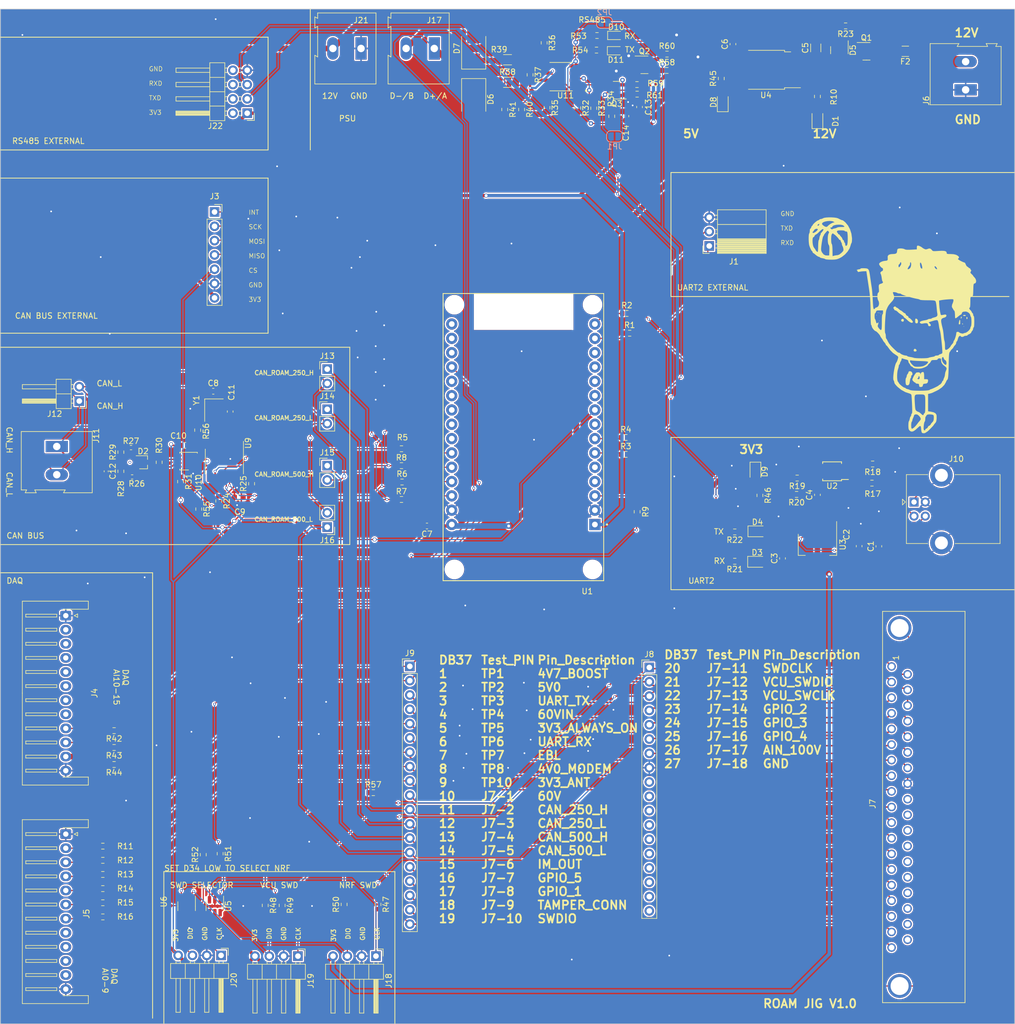
<source format=kicad_pcb>
(kicad_pcb (version 20221018) (generator pcbnew)
  (layers (0 "F.Cu" signal) (31 "B.Cu" signal) (34 "B.Paste" user) (35 "F.Paste" user) (36 "B.SilkS" user "B.Silkscreen") (37 "F.SilkS" user "F.Silkscreen") (38 "B.Mask" user) (39 "F.Mask" user) (44 "Edge.Cuts" user))
  (net 0 "")
  (net 16 "Net-(J10-VBUS)")
  (net 17 "GND")
  (net 18 "3V3_B")
  (net 19 "Net-(U2-V3)")
  (net 20 "Net-(D5-K)")
  (net 21 "5V0")
  (net 22 "Net-(D1-A)")
  (net 23 "Net-(Q1-D)")
  (net 24 "Net-(D3-K)")
  (net 25 "Net-(D4-K)")
  (net 26 "+12V")
  (net 27 "/UART_QT_RX")
  (net 28 "/UART_QT_TX")
  (net 29 "3V3")
  (net 30 "/UART_RS485_RX")
  (net 31 "/UART_RS485_TX")
  (net 32 "/SCK")
  (net 33 "/MOSI")
  (net 34 "/MISO")
  (net 35 "/CS")
  (net 36 "/AI10")
  (net 37 "/AI11")
  (net 38 "/AI12")
  (net 39 "/AI13")
  (net 40 "/AI14")
  (net 41 "/AI15")
  (net 42 "/INT")
  (net 43 "/A{slash}D+")
  (net 44 "/B{slash}D-")
  (net 45 "/+VS")
  (net 46 "/AI0")
  (net 47 "/AI1")
  (net 48 "/AI2")
  (net 49 "/AI3")
  (net 50 "/AI4")
  (net 51 "/AI5")
  (net 52 "/AI6")
  (net 53 "/AI7")
  (net 54 "/AI8")
  (net 55 "/AI9")
  (net 56 "Net-(J7-PadSHELL)")
  (net 57 "/DB_1")
  (net 58 "/DB_2")
  (net 59 "/DB_4")
  (net 60 "/DB_5")
  (net 61 "/DB_6")
  (net 62 "/DB_7")
  (net 63 "/DB_8")
  (net 64 "/DB_9")
  (net 65 "/DB_10")
  (net 66 "/DB_11")
  (net 67 "/DB_12")
  (net 68 "/DB_13")
  (net 69 "/DB_14")
  (net 70 "/DB_15")
  (net 71 "/DB_16")
  (net 72 "/DB_17")
  (net 73 "/DB_18")
  (net 74 "/DB_19")
  (net 75 "/DB_20")
  (net 76 "/DB_21")
  (net 77 "/DB_22")
  (net 78 "/DB_23")
  (net 79 "/DB_24")
  (net 80 "/DB_25")
  (net 81 "/DB_26")
  (net 92 "/DB_28")
  (net 93 "/DB_29")
  (net 94 "/DB_30")
  (net 95 "/DB_31")
  (net 96 "/DB_32")
  (net 97 "/DB_33")
  (net 98 "/DB_34")
  (net 99 "/DB_35")
  (net 100 "/DB_36")
  (net 101 "/DB_37")
  (net 102 "Net-(J10-D-)")
  (net 103 "Net-(J10-D+)")
  (net 104 "Net-(U1-D22)")
  (net 105 "Net-(U1-D23)")
  (net 106 "Net-(U1-D27)")
  (net 107 "Net-(U1-D12)")
  (net 108 "Net-(U1-D13)")
  (net 109 "Net-(U1-D14)")
  (net 110 "Net-(U1-D15)")
  (net 111 "Net-(U2-UD+)")
  (net 112 "Net-(U2-UD-)")
  (net 113 "Net-(U2-TXD)")
  (net 114 "Net-(U2-RXD)")
  (net 118 "Net-(D5-A)")
  (net 119 "/DB_3")
  (net 120 "/CAN_OSC_1")
  (net 121 "/CAN_OSC_2")
  (net 122 "Net-(C12-Pad1)")
  (net 123 "Net-(D2-A1)")
  (net 124 "Net-(D2-A2)")
  (net 125 "/CAN_INT")
  (net 126 "Net-(U9-~{CS})")
  (net 127 "Net-(U9-~{RESET})")
  (net 128 "/TX_CAN")
  (net 129 "/RX_CAN")
  (net 138 "/CAN_SHDN")
  (net 139 "Net-(U1-D18)")
  (net 140 "/CAN_H")
  (net 141 "/CAN_L")
  (net 142 "/D+{slash}A")
  (net 143 "/D-{slash}B")
  (net 144 "Net-(U11-~{RE})")
  (net 145 "Net-(U11-A)")
  (net 146 "Net-(U11-B)")
  (net 147 "Net-(D8-A)")
  (net 148 "Net-(D9-A)")
  (net 149 "/SWCLK")
  (net 150 "/VCU_SWDIO")
  (net 151 "/VCU_SWCLK")
  (net 152 "/SWDIO")
  (net 153 "/SWCLK_OUT")
  (net 154 "/SWDIO_OUT")
  (net 155 "Net-(U1-D34)")
  (net 156 "/SWD_SEL")
  (net 157 "Net-(D10-K)")
  (net 158 "Net-(D11-K)")
  (net 159 "Net-(U10-TXD)")
  (net 160 "Net-(U10-RXD)")
  (net 165 "/UART2_RX")
  (net 166 "/UART2_TX")
  (net 167 "Net-(Q2-B)")
  (net 168 "/UART_RS485_RX_5V")
  (net 169 "Net-(Q3-B)")
  (net 170 "/UART_RS485_TX_5V")
  (footprint "TerminalBlock:TerminalBlock_Altech_AK300-2_P5.00mm" (layer "F.Cu") (at 171.8 104.54 -90)
    (fp_text reference "J11")
    (fp_text value "VIN")
  )
  (footprint "Resistor_SMD:R_0603_1608Metric" (layer "F.Cu") (at 179.975 177.94)
    (fp_text reference "R12")
    (fp_text value "0")
  )
  (footprint "Resistor_SMD:R_0603_1608Metric" (layer "F.Cu") (at 316.475 111.04)
    (fp_text reference "R17")
    (fp_text value "0")
  )
  (footprint "Package_TO_SOT_SMD:SOT-23" (layer "F.Cu") (at 310.7 34.24 -90)
    (fp_text reference "D5")
    (fp_text value "BZX84B4V7LT1")
  )
  (footprint "Capacitor_SMD:C_0603_1608Metric" (layer "F.Cu") (at 204.1 113.54)
    (fp_text reference "C9")
    (fp_text value "100nF")
  )
  (footprint "Connector_PinSocket_2.54mm:PinSocket_1x03_P2.54mm_Horizontal" (layer "F.Cu") (at 287.6 68.965 180)
    (fp_text reference "J1")
    (fp_text value "Conn_01x03_Pin")
  )
  (footprint "Connector_PinHeader_2.54mm:PinHeader_1x04_P2.54mm_Horizontal" (layer "F.Cu") (at 200.96 194.8025 -90)
    (fp_text reference "J20")
    (fp_text value "Conn_01x04_Pin")
  )
  (footprint "Resistor_SMD:R_0603_1608Metric" (layer "F.Cu") (at 267.1 44.54 -90)
    (fp_text reference "R33")
    (fp_text value "10k")
  )
  (footprint "Package_TO_SOT_SMD:SOT-23" (layer "F.Cu") (at 271.2 41.34 180)
    (fp_text reference "Q3")
    (fp_text value "MMBT3904")
  )
  (footprint "Resistor_SMD:R_0603_1608Metric" (layer "F.Cu") (at 228.8 185.765 -90)
    (fp_text reference "R47")
    (fp_text value "0")
  )
  (footprint "Resistor_SMD:R_0603_1608Metric" (layer "F.Cu") (at 264.2625 44.5 -90)
    (fp_text reference "R32")
    (fp_text value "10k")
  )
  (footprint "Resistor_SMD:R_0603_1608Metric" (layer "F.Cu") (at 232.975 113.94)
    (fp_text reference "R7")
    (fp_text value "0")
  )
  (footprint "Connector_PinHeader_2.54mm:PinHeader_1x04_P2.54mm_Horizontal" (layer "F.Cu") (at 228.45 194.9325 -90)
    (fp_text reference "J18")
    (fp_text value "Conn_01x04_Pin")
  )
  (footprint "LOGO" (layer "F.Cu") (at 322.437342 80.401851)
    (fp_text reference "G***" hide)
    (fp_text value "LOGO" hide)
  )
  (footprint "Capacitor_SMD:C_0603_1608Metric" (layer "F.Cu") (at 199.575 94.74)
    (fp_text reference "C8")
    (fp_text value "18pF")
  )
  (footprint "Capacitor_SMD:C_0603_1608Metric" (layer "F.Cu") (at 275.225 44.325 90)
    (fp_text reference "C13")
    (fp_text value "100n")
  )
  (footprint "Resistor_SMD:R_0603_1608Metric" (layer "F.Cu") (at 258.3 32.94 -90)
    (fp_text reference "R36")
    (fp_text value "4k7")
  )
  (footprint "Resistor_SMD:R_0603_1608Metric" (layer "F.Cu") (at 222.8 185.765 90)
    (fp_text reference "R50")
    (fp_text value "0")
  )
  (footprint "Resistor_SMD:R_0603_1608Metric" (layer "F.Cu") (at 274.775 40.34)
    (fp_text reference "R59")
    (fp_text value "10k")
  )
  (footprint "Resistor_SMD:R_0603_1608Metric" (layer "F.Cu") (at 189.975 107.34 90)
    (fp_text reference "R30")
    (fp_text value "DNP")
  )
  (footprint "Capacitor_SMD:C_0603_1608Metric" (layer "F.Cu") (at 237.5 118.64 180)
    (fp_text reference "C7")
    (fp_text value "10uF")
  )
  (footprint "Capacitor_SMD:C_0603_1608Metric" (layer "F.Cu") (at 314.2 122.215 90)
    (fp_text reference "C2")
    (fp_text value "1u")
  )
  (footprint "Resistor_SMD:R_0603_1608Metric" (layer "F.Cu") (at 208.8 185.94 -90)
    (fp_text reference "R48")
    (fp_text value "0")
  )
  (footprint "Resistor_SMD:R_0603_1608Metric" (layer "F.Cu") (at 181.975 154.94 180)
    (fp_text reference "R42")
    (fp_text value "0")
  )
  (footprint "Package_TO_SOT_SMD:SOT-23-6" (layer "F.Cu") (at 194.85 186.0775 -90)
    (fp_text reference "U6")
    (fp_text value "SN74LVC1G3157DBVR")
  )
  (footprint "Fuse:Fuse_1206_3216Metric" (layer "F.Cu") (at 322.4 34.44 180)
    (fp_text reference "F2")
    (fp_text value "C1F 2")
  )
  (footprint "Capacitor_SMD:C_0603_1608Metric" (layer "F.Cu") (at 300.6 124.39 90)
    (fp_text reference "C3")
    (fp_text value "1u")
  )
  (footprint "Connector_PinHeader_2.54mm:PinHeader_1x04_P2.54mm_Horizontal" (layer "F.Cu") (at 214.6 194.9325 -90)
    (fp_text reference "J19")
    (fp_text value "Conn_01x04_Pin")
  )
  (footprint "Resistor_SMD:R_1206_3216Metric" (layer "F.Cu") (at 251.8 35.94)
    (fp_text reference "R39")
    (fp_text value "10")
  )
  (footprint "Capacitor_SMD:C_0603_1608Metric" (layer "F.Cu") (at 291.8 33.165 90)
    (fp_text reference "C6")
    (fp_text value "10uF")
  )
  (footprint "Resistor_SMD:R_0603_1608Metric" (layer "F.Cu") (at 197 115.64 -90)
    (fp_text reference "R55")
    (fp_text value "0")
  )
  (footprint "Capacitor_SMD:C_0603_1608Metric" (layer "F.Cu") (at 194.575 104.34 180)
    (fp_text reference "C10")
    (fp_text value "100nF")
  )
  (footprint "Diode_SMD:D_SMB" (layer "F.Cu") (at 245.8 42.94 -90)
    (fp_text reference "D6")
    (fp_text value "6.8V CA")
  )
  (footprint "Resistor_SMD:R_0603_1608Metric" (layer "F.Cu") (at 232.975 104.94 180)
    (fp_text reference "R5")
    (fp_text value "0")
  )
  (footprint "Resistor_SMD:R_0603_1608Metric" (layer "F.Cu") (at 181.975 157.93 180)
    (fp_text reference "R43")
    (fp_text value "0")
  )
  (footprint "Connector_PinSocket_2.54mm:PinSocket_1x07_P2.54mm_Vertical" (layer "F.Cu") (at 199.8 62.94)
    (fp_text reference "J3")
    (fp_text value "Conn_01x07_Pin")
  )
  (footprint "Resistor_SMD:R_0603_1608Metric" (layer "F.Cu") (at 255.8 38.615 -90)
    (fp_text reference "R37")
    (fp_text value "DNP")
  )
  (footprint "Resistor_SMD:R_0603_1608Metric" (layer "F.Cu") (at 274.8 42.04)
    (fp_text reference "R61")
    (fp_text value "1K")
  )
  (footprint "Resistor_SMD:R_0603_1608Metric" (layer "F.Cu") (at 183.175 105.54 90)
    (fp_text reference "R29")
    (fp_text value "2k8")
  )
  (footprint "Connector_PinHeader_2.54mm:PinHeader_1x02_P2.54mm_Horizontal" (layer "F.Cu") (at 175.8 96.48 180)
    (fp_text reference "J12")
    (fp_text value "Conn_01x02_Pin")
  )
  (footprint "TerminalBlock:TerminalBlock_Altech_AK300-2_P5.00mm" (layer "F.Cu") (at 225.8 33.94 180)
    (fp_text reference "J21")
    (fp_text value "VIN")
  )
  (footprint "Resistor_SMD:R_0603_1608Metric" (layer "F.Cu") (at 254.3 44.765 -90)
    (fp_text reference "R40")
    (fp_text value "DNP")
  )
  (footprint "Resistor_SMD:R_0603_1608Metric" (layer "F.Cu") (at 303.2 110.14 180)
    (fp_text reference "R19")
    (fp_text value "0")
  )
  (footprint "Package_SO:MSOP-10_3x3mm_P0.5mm" (layer "F.Cu") (at 309.4 108.94 180)
    (fp_text reference "U2")
    (fp_text value "CH340E")
  )
  (footprint "Resistor_SMD:R_0603_1608Metric" (layer "F.Cu") (at 200.8 176.765 -90)
    (fp_text reference "R51")
    (fp_text value "0")
  )
  (footprint "Resistor_SMD:R_0603_1608Metric" (layer "F.Cu") (at 316.6 107.64 180)
    (fp_text reference "R18")
    (fp_text value "0")
  )
  (footprint "Resistor_SMD:R_0603_1608Metric" (layer "F.Cu") (at 280.1 34.94)
    (fp_text reference "R60")
    (fp_text value "1K")
  )
  (footprint "Resistor_SMD:R_0603_1608Metric" (layer "F.Cu") (at 233.075 110.84)
    (fp_text reference "R6")
    (fp_text value "0")
  )
  (footprint "Connector_PinHeader_2.54mm:PinHeader_2x04_P2.54mm_Horizontal" (layer "F.Cu") (at 205.6 45.42 180)
    (fp_text reference "J22")
    (fp_text value "Conn_02x04_Odd_Even")
  )
  (footprint "Package_TO_SOT_SMD:SOT-223-3_TabPin2" (layer "F.Cu") (at 306.8 121.94 -90)
    (fp_text reference "U3")
    (fp_text value "AMS1117-3.3")
  )
  (footprint "Resistor_SMD:R_0603_1608Metric" (layer "F.Cu") (at 183.175 108.94 90)
    (fp_text reference "R28")
    (fp_text value "2k8")
  )
  (footprint "Resistor_SMD:R_0603_1608Metric" (layer "F.Cu") (at 274.8 116.115 90)
    (fp_text reference "R9")
    (fp_text value "0")
  )
  (footprint "Connector_PinHeader_2.54mm:PinHeader_1x18_P2.54mm_Vertical" (layer "F.Cu") (at 276.96 143.735)
    (fp_text reference "J8")
    (fp_text value "Conn_01x18_Pin")
  )
  (footprint "Resistor_SMD:R_0402_1005Metric" (layer "F.Cu") (at 184.975 104.74)
    (fp_text reference "R27")
    (fp_text value "0")
  )
  (footprint "Resistor_SMD:R_0402_1005Metric" (layer "F.Cu") (at 185.175 109.94)
    (fp_text reference "R26")
    (fp_text value "0")
  )
  (footprint "Resistor_SMD:R_0603_1608Metric" (layer "F.Cu") (at 311.8 29.94 180)
    (fp_text reference "R23")
    (fp_text value "100k")
  )
  (footprint "Resistor_SMD:R_0603_1608Metric" (layer "F.Cu") (at 193.775 110.765 -90)
    (fp_text reference "R31")
    (fp_text value "0")
  )
  (footprint "Package_TO_SOT_SMD:SOT-23" (layer "F.Cu") (at 276.1 36.84)
    (fp_text reference "Q2")
    (fp_text value "MMBT3904")
  )
  (footprint "LED_SMD:LED_0805_2012Metric" (layer "F.Cu") (at 290 43.4775 90)
    (fp_text reference "D8")
    (fp_text value "LED")
  )
  (footprint "Package_TO_SOT_SMD:SOT-323_SC-70" (layer "F.Cu") (at 187.175 107.34)
    (fp_text reference "D2")
    (fp_text value "SM712_SOT23")
  )
  (footprint "Resistor_SMD:R_0603_1608Metric" (layer "F.Cu") (at 211.8 185.94 -90)
    (fp_text reference "R49")
    (fp_text value "0")
  )
  (footprint "LED_SMD:LED_0805_2012Metric" (layer "F.Cu") (at 295.8 109.0025 -90)
    (fp_text reference "D9")
    (fp_text value "LED")
  )
  (footprint "Connector_PinHeader_2.54mm:PinHeader_1x02_P2.54mm_Vertical" (layer "F.Cu") (at 219.8 90.815)
    (fp_text reference "J13")
    (fp_text value "Conn_01x02_Pin")
  )
  (footprint "Resistor_SMD:R_0603_1608Metric" (layer "F.Cu") (at 181.975 160.94 180)
    (fp_text reference "R44")
    (fp_text value "0")
  )
  (footprint "Resistor_SMD:R_0603_1608Metric" (layer "F.Cu") (at 272.975 80.94)
    (fp_text reference "R2")
    (fp_text value "0")
  )
  (footprint "Connector_PinHeader_2.54mm:PinHeader_1x19_P2.54mm_Vertical" (layer "F.Cu") (at 234.46 143.535)
    (fp_text reference "J9")
    (fp_text value "Conn_01x19_Pin")
  )
  (footprint "LED_SMD:LED_0603_1608Metric" (layer "F.Cu") (at 271 34.34)
    (fp_text reference "D11")
    (fp_text value "LED")
  )
  (footprint "Diode_SMD:D_SMB" (layer "F.Cu") (at 245.8 33.94 90)
    (fp_text reference "D7")
    (fp_text value "6.8V CA")
  )
  (footprint "Resistor_SMD:R_0603_1608Metric" (layer "F.Cu") (at 196.8 101.64 -90)
    (fp_text reference "R56")
    (fp_text value "0")
  )
  (footprint "Resistor_SMD:R_0603_1608Metric" (layer "F.Cu") (at 232.975 107.94)
    (fp_text reference "R8")
    (fp_text value "0")
  )
  (footprint "Package_TO_SOT_SMD:SOT-23" (layer "F.Cu") (at 315.5 34.44)
    (fp_text reference "Q1")
    (fp_text value "WST3325")
  )
  (footprint "Resistor_SMD:R_0603_1608Metric" (layer "F.Cu") (at 206.375 111.14 90)
    (fp_text reference "R25")
    (fp_text value "10k")
  )
  (footprint "Resistor_SMD:R_0603_1608Metric" (layer "F.Cu") (at 280.075 37.84)
    (fp_text reference "R58")
    (fp_text value "10k")
  )
  (footprint "Resistor_SMD:R_0603_1608Metric" (layer "F.Cu") (at 227.975 165.94)
    (fp_text reference "R57")
    (fp_text value "0")
  )
  (footprint "Resistor_SMD:R_0603_1608Metric" (layer "F.Cu") (at 306.8 42.4525 90)
    (fp_text reference "R10")
    (fp_text value "5k")
  )
  (footprint "LED_SMD:LED_0805_2012Metric" (layer "F.Cu") (at 306.8 46.475 90)
    (fp_text reference "D1")
    (fp_text value "LED")
  )
  (footprint "Resistor_SMD:R_0603_1608Metric" (layer "F.Cu") (at 292.125 124.89 180)
    (fp_text reference "R21")
    (fp_text value "1K")
  )
  (footprint "Connector_USB:USB_B_Lumberg_2411_02_Horizontal" (layer "F.Cu") (at 323.94 114.39)
    (fp_text reference "J10")
    (fp_text value "USB_B")
  )
  (footprint "Package_DFN_QFN:DFN-8-1EP_3x3mm_P0.65mm_EP1.55x2.4mm" (layer "F.Cu") (at 195.1875 107.14 180)
    (fp_text reference "U10")
    (fp_text value "MCP2562-E-MF")
  )
  (footprint "Capacitor_SMD:C_0402_1005Metric" (layer "F.Cu") (at 180.575 108.94 -90)
    (fp_text reference "C12")
    (fp_text value "1nF")
  )
  (footprint "Resistor_SMD:R_0603_1608Metric" (layer "F.Cu") (at 179.975 182.96)
    (fp_text reference "R14")
    (fp_text value "0")
  )
  (footprint "LED_SMD:LED_0805_2012Metric" (layer "F.Cu") (at 296.1 124.99)
    (fp_text reference "D3")
    (fp_text value "LED")
  )
  (footprint "Connector_PinHeader_2.54mm:PinHeader_1x02_P2.54mm_Vertical" (layer "F.Cu") (at 219.8 107.94)
    (fp_text reference "J15")
    (fp_text value "Conn_01x02_Pin")
  )
  (footprint "Resistor_SMD:R_0603_1608Metric" (layer "F.Cu") (at 272.8 102.94)
    (fp_text reference "R4")
    (fp_text value "0")
  )
  (footprint "Resistor_SMD:R_1206_3216Metric" (layer "F.Cu") (at 251.8 39.94)
    (fp_text reference "R38")
    (fp_text value "10")
  )
  (footprint "LED_SMD:LED_0805_2012Metric" (layer "F.Cu") (at 296.1625 119.59)
    (fp_text reference "D4")
    (fp_text value "LED")
  )
  (footprint "Resistor_SMD:R_0603_1608Metric" (layer "F.Cu") (at 179.975 175.43)
    (fp_text reference "R11")
    (fp_text value "0")
  )
  (footprint "Connector_JST:JST_XH_S12B-XH-A-1_1x12_P2.50mm_Horizontal" (layer "F.Cu") (at 173.4 173.29 -90)
    (fp_text reference "J5")
    (fp_text value "Conn_01x12_Socket")
  )
  (footprint "Resistor_SMD:R_0603_1608Metric" (layer "F.Cu") (at 292.125 119.69 180)
    (fp_text reference "R22")
    (fp_text value "1K")
  )
  (footprint "footprint:SOIC127P600X175-8N" (layer "F.Cu") (at 261.3 38.94 180)
    (fp_text reference "U11")
    (fp_text value "MAX13487EESAT")
  )
  (footprint "Crystal:Crystal_SMD_Abracon_ABM8G-4Pin_3.2x2.5mm" (layer "F.Cu") (at 199.7 98.1025 -90)
    (fp_text reference "Y1")
    (fp_text value "16MHz")
  )
  (footprint "Capacitor_SMD:C_1206_3216Metric" (layer "F.Cu") (at 306.5 33.84 90)
    (fp_text reference "C5")
    (fp_text value "10uF")
  )
  (footprint "Package_SO:TSSOP-20_4.4x6.5mm_P0.65mm" (layer "F.Cu") (at 201.55 107.2025 -90)
    (fp_text reference "U9")
    (fp_text value "MCP2515-xST")
  )
  (footprint "Resistor_SMD:R_0603_1608Metric" (layer "F.Cu") (at 267.675 31.64 180)
    (fp_text reference "R53")
    (fp_text value "2K")
  )
  (footprint "Resistor_SMD:R_0603_1608Metric" (layer "F.Cu") (at 303.1 113.04 180)
    (fp_text reference "R20")
    (fp_text value "0")
  )
  (footprint "Resistor_SMD:R_0603_1608Metric" (layer "F.Cu") (at 273.475 84.44)
    (fp_text reference "R1")
    (fp_text value "0")
  )
  (footprint "Connector_PinHeader_2.54mm:PinHeader_1x02_P2.54mm_Vertical" (layer "F.Cu") (at 219.8 97.94)
    (fp_text reference "J14")
    (fp_text value "Conn_01x02_Pin")
  )
  (footprint "Capacitor_SMD:C_0603_1608Metric" (layer "F.Cu") (at 306.8 113.115 90)
    (fp_text reference "C4")
    (fp_text value "100n")
  )
  (footprint "Capacitor_SMD:C_0603_1608Metric" (layer "F.Cu") (at 272.8 45.94 -90)
    (fp_text reference "C14")
    (fp_text value "1u")
  )
  (footprint "Resistor_SMD:R_0603_1608Metric" (layer "F.Cu") (at 258.8 44.44 -90)
    (fp_text reference "R35")
    (fp_text value "4k7")
  )
  (footprint "Resistor_SMD:R_0603_1608Metric" (layer "F.Cu") (at 270.3 45.965 90)
    (fp_text reference "R34")
    (fp_text value "10k")
  )
  (footprint "Resistor_SMD:R_0603_1608Metric" (layer "F.Cu") (at 179.975 187.98)
    (fp_text reference "R16")
    (fp_text value "0")
  )
  (footprint "Capacitor_SMD:C_0603_1608Metric" (layer "F.Cu") (at 202.575 98.34 90)
    (fp_text reference "C11")
    (fp_text value "18pF")
  )
  (footprint "Resistor_SMD:R_0603_1608Metric" (layer "F.Cu") (at 179.975 185.47)
    (fp_text reference "R15")
    (fp_text value "0")
  )
  (footprint "Resistor_SMD:R_0603_1608Metric" (layer "F.Cu") (at 251.3 44.765 -90)
    (fp_text reference "R41")
    (fp_text value "DNP")
  )
  (footprint "LED_SMD:LED_0603_1608Metric" (layer "F.Cu") (at 271.05 31.63)
    (fp_text reference "D10")
    (fp_text value "LED")
  )
  (footprint "Resistor_SMD:R_0603_1608Metric" (layer "F.Cu") (at 272.8 105.94)
    (fp_text reference "R3")
    (fp_text value "0")
  )
  (footprint "Package_TO_SOT_SMD:SOT-23-6" (layer "F.Cu") (at 199.85 186.0775 -90)
    (fp_text reference "U5")
    (fp_text value "SN74LVC1G3157DBVR")
  )
  (footprint "Resistor_SMD:R_0603_1608Metric" (layer "F.Cu") (at 200.55 114.2025 -90)
    (fp_text reference "R24")
    (fp_text value "10k")
  )
  (footprint "Resistor_SMD:R_0603_1608Metric" (layer "F.Cu") (at 296.595 113.2125 -90)
    (fp_text reference "R46")
    (fp_text value "1K")
  )
  (footprint "Capacitor_SMD:C_0603_1608Metric" (layer "F.Cu") (at 317.7 122.24 90)
    (fp_text reference "C1")
    (fp_text value "100n")
  )
  (footprint "TerminalBlock:TerminalBlock_Altech_AK300-2_P5.00mm" (layer "F.Cu") (at 238.8 33.94 180)
    (fp_text reference "J17")
    (fp_text value "VIN")
  )
  (footprint "Resistor_SMD:R_0603_1608Metric" (layer "F.Cu") (at 289.735 39.2675 90)
    (fp_text reference "R45")
    (fp_text value "2k")
  )
  (footprint "TerminalBlock:TerminalBlock_Altech_AK300-2_P5.00mm" (layer "F.Cu") (at 333.1 41.275 90)
    (fp_text reference "J6")
    (fp_text value "VIN")
  )
  (footprint "Resistor_SMD:R_0603_1608Metric" (layer "F.Cu") (at 267.5875 34.23 180)
    (fp_text reference "R54")
    (fp_text value "2K")
  )
  (footprint "Connector_JST:JST_XH_S12B-XH-A-1_1x12_P2.50mm_Horizontal" (layer "F.Cu") (at 173.4 134.54 -90)
    (fp_text reference "J4")
    (fp_text value "Conn_01x12_Socket")
  )
  (footprint "Resistor_SMD:R_0603_1608Metric" (layer "F.Cu") (at 197.8 176.94 90)
    (fp_text reference "R52")
    (fp_text value "10K")
  )
  (footprint "Connector_PinHeader_2.54mm:PinHeader_1x02_P2.54mm_Vertical" (layer "F.Cu") (at 219.8 118.84 180)
    (fp_text reference "J16")
    (fp_text value "Conn_01x02_Pin")
  )
  (footprint "Resistor_SMD:R_0603_1608Metric" (layer "F.Cu") (at 179.975 180.45)
    (fp_text reference "R13")
    (fp_text value "0")
  )
  (footprint "footprint:618037231321" (layer "F.Cu") (at 321.38 168.485 90)
    (fp_text reference "J7")
    (fp_text value "618037231321")
  )
  (footprint "footprint:MODULE_ESP32_DEVKIT_V1" (layer "F.Cu") (at 254.6 102.865 180)
    (fp_text reference "U1")
    (fp_text value "ESP32-DEVKIT-V1")
  )
  (footprint "Package_TO_SOT_SMD:TO-252-2" (layer "F.Cu") (at 297.66 37.72 180)
    (fp_text reference "U4")
    (fp_text value "NCP1117DT50RKG")
  )
  (footprint "Jumper:SolderJumper-2_P1.3mm_Open_RoundedPad1.0x1.5mm" (layer "B.Cu") (at 269 29.34 180)
    (fp_text reference "JP2")
    (fp_text value "SolderJumper_2_Open")
  )
  (footprint "Jumper:SolderJumper-2_P1.3mm_Open_RoundedPad1.0x1.5mm" (layer "B.Cu") (at 270.8 49.54)
    (fp_text reference "JP1")
    (fp_text value "SolderJumper_2_Open")
  )
  (gr_line (start 216.8 26.94) (end 216.8 51.94) (stroke (width 0.15)) (layer "F.SilkS"))
  (gr_line (start 161.8 86.94) (end 223.8 86.94) (stroke (width 0.15)) (layer "F.SilkS"))
  (gr_line (start 223.8 121.94) (end 161.8 121.94) (stroke (width 0.15)) (layer "F.SilkS"))
  (gr_line (start 209.3 84.44) (end 209.3 56.94) (stroke (width 0.15)) (layer "F.SilkS"))
  (gr_line (start 231.8 179.94) (end 231.8 206.94) (stroke (width 0.15)) (layer "F.SilkS"))
  (gr_line (start 341.8 129.94) (end 280.8 129.94) (stroke (width 0.15)) (layer "F.SilkS"))
  (gr_line (start 188.8 205.94) (end 188.8 126.94) (stroke (width 0.15)) (layer "F.SilkS"))
  (gr_line (start 209.3 51.94) (end 161.8 51.94) (stroke (width 0.15)) (layer "F.SilkS"))
  (gr_line (start 223.8 86.94) (end 223.8 121.94) (stroke (width 0.15)) (layer "F.SilkS"))
  (gr_line (start 209.3 31.94) (end 209.3 51.94) (stroke (width 0.15)) (layer "F.SilkS"))
  (gr_line (start 280.8 129.94) (end 280.8 102.94) (stroke (width 0.15)) (layer "F.SilkS"))
  (gr_line (start 161.8 31.94) (end 209.3 31.94) (stroke (width 0.15)) (layer "F.SilkS"))
  (gr_line (start 190.8 206.94) (end 190.8 179.94) (stroke (width 0.15)) (layer "F.SilkS"))
  (gr_line (start 161.8 84.44) (end 209.3 84.44) (stroke (width 0.15)) (layer "F.SilkS"))
  (gr_line (start 280.8 77.94) (end 340.8 77.94) (stroke (width 0.15)) (layer "F.SilkS"))
  (gr_line (start 188.8 126.94) (end 161.8 126.94) (stroke (width 0.15)) (layer "F.SilkS"))
  (gr_line (start 280.8 102.94) (end 341.8 102.94) (stroke (width 0.15)) (layer "F.SilkS"))
  (gr_line (start 341.8 55.94) (end 280.8 55.94) (stroke (width 0.15)) (layer "F.SilkS"))
  (gr_line (start 190.8 179.94) (end 231.8 179.94) (stroke (width 0.15)) (layer "F.SilkS"))
  (gr_line (start 280.8 55.94) (end 280.8 77.94) (stroke (width 0.15)) (layer "F.SilkS"))
  (gr_line (start 209.3 56.94) (end 161.8 56.94) (stroke (width 0.15)) (layer "F.SilkS"))
  (gr_rect (start 161.8 26.94) (end 341.8 206.94) (stroke (width 0.1)) (fill none) (layer "Edge.Cuts"))
  (gr_text "CAN_H" (at 178.8 97.94) (layer "F.SilkS") (effects (font (size 1 1)) (justify left bottom)))
  (gr_text "DAQ \nAI0-9" (at 179.8 196.94 270) (layer "F.SilkS") (effects (font (size 1 1)) (justify left bottom)))
  (gr_text "CAN_H" (at 162.8 100.94 -90) (layer "F.SilkS") (effects (font (size 1 1)) (justify left bottom)))
  (gr_text "3V3" (at 292.8 105.94) (layer "F.SilkS") (effects (font (size 1.5 1.5) (thickness 0.3) bold) (justify left bottom)))
  (gr_text "DB37\n20\n21\n22\n23\n24\n25\n26\n27" (at 279.46 161.675) (layer "F.SilkS") (effects (font (size 1.5 1.5) (thickness 0.3) bold) (justify left bottom)))
  (gr_text "TX" (at 289.3 119.64) (layer "F.SilkS") (effects (font (size 1 1))))
  (gr_text "UART2 " (at 283.8 128.94) (layer "F.SilkS") (effects (font (size 1 1)) (justify left bottom)))
  (gr_text "CAN_ROAM_250_H" (at 206.8 91.94) (layer "F.SilkS") (effects (font (size 0.8 0.8)) (justify left bottom)))
  (gr_text "12V" (at 305.8 49.94) (layer "F.SilkS") (effects (font (size 1.5 1.5) (thickness 0.3) bold) (justify left bottom)))
  (gr_text "GND" (at 223.8 42.94) (layer "F.SilkS") (effects (font (size 1 1)) (justify left bottom)))
  (gr_text "UART2 EXTERNAL" (at 281.8 76.94) (layer "F.SilkS") (effects (font (size 1 1)) (justify left bottom)))
  (gr_text "DB37\n1\n2\n3\n4\n5\n6\n7\n8\n9\n10\n11\n12\n13\n14\n15\n16\n17\n18\n19" (at 239.46 189.175) (layer "F.SilkS") (effects (font (size 1.5 1.5) (thickness 0.3) bold) (justify left bottom)))
  (gr_text "CAN_ROAM_250_L" (at 206.8 99.94) (layer "F.SilkS") (effects (font (size 0.8 0.8)) (justify left bottom)))
  (gr_text "D+/A" (at 236.8 42.94) (layer "F.SilkS") (effects (font (size 1 1)) (justify left bottom)))
  (gr_text "D-/B" (at 230.8 42.94) (layer "F.SilkS") (effects (font (size 1 1)) (justify left bottom)))
  (gr_text "RX" (at 289.4 124.84) (layer "F.SilkS") (effects (font (size 1 1))))
  (gr_text "12V" (at 218.8 42.94) (layer "F.SilkS") (effects (font (size 1 1)) (justify left bottom)))
  (gr_text "Pin_Description\n4V7_BOOST\n5V0\nUART_TX\n60VIN\n3V3_ALWAYS_ON\nUART_RX\nEBL\n4V0_MODEM\n3V3_ANT\n60V\nCAN_250_H\nCAN_250_L\nCAN_500_H\nCAN_500_L\nIM_OUT\nGPIO_5\nGPIO_1\nTAMPER_CONN\nSWDIO" (at 256.96 189.175) (layer "F.SilkS") (effects (font (size 1.5 1.5) (thickness 0.3) bold) (justify left bottom)))
  (gr_text "ROAM JIG V1.0" (at 297 204.24) (layer "F.SilkS") (effects (font (size 1.5 1.5) (thickness 0.3) bold) (justify left bottom)))
  (gr_text "CAN_L" (at 162.8 108.94 270) (layer "F.SilkS") (effects (font (size 1 1)) (justify left bottom)))
  (gr_text "GND\n\nRXD\n\nTXD\n\n3V3\n\n\n" (at 188.1 48.34) (layer "F.SilkS") (effects (font (size 0.8 0.8) (thickness 0.1)) (justify left bottom)))
  (gr_text "3V3 \n\nDIO\n\nGND\n\nCLK\n" (at 224.8 190.94 90) (layer "F.SilkS") (effects (font (size 0.8 0.8))))
  (gr_text "Pin_Description\nSWDCLK\nVCU_SWDIO\nVCU_SWCLK\nGPIO_2\nGPIO_3\nGPIO_4\nAIN_100V\nGND" (at 296.96 161.675) (layer "F.SilkS") (effects (font (size 1.5 1.5) (thickness 0.3) bold) (justify left bottom)))
  (gr_text "TX" (at 273.5 34.14) (layer "F.SilkS") (effects (font (size 1 1))))
  (gr_text "GND\n\nTXD\n\nRXD\n\n\n\n" (at 300.2 72.74) (layer "F.SilkS") (effects (font (size 0.8 0.8) (thickness 0.1)) (justify left bottom)))
  (gr_text "GND" (at 331 47.44) (layer "F.SilkS") (effects (font (size 1.5 1.5) (thickness 0.3) bold) (justify left bottom)))
  (gr_text "VCU SWD\n" (at 207.8 182.94) (layer "F.SilkS") (effects (font (size 1 1)) (justify left bottom)))
  (gr_text "SET D34 LOW TO SELECT NRF" (at 190.8 179.94) (layer "F.SilkS") (effects (font (size 1 1)) (justify left bottom)))
  (gr_text "3V3 \n\nDIO\n\nGND\n\nCLK\n" (at 210.8 190.94 90) (layer "F.SilkS") (effects (font (size 0.8 0.8))))
  (gr_text "CAN_ROAM_500_H" (at 206.8 109.94) (layer "F.SilkS") (effects (font (size 0.8 0.8)) (justify left bottom)))
  (gr_text "PSU" (at 221.8 46.94) (layer "F.SilkS") (effects (font (size 1 1)) (justify left bottom)))
  (gr_text "NRF SWD\n" (at 221.8 182.94) (layer "F.SilkS") (effects (font (size 1 1)) (justify left bottom)))
  (gr_text "SWD SELECTOR\n" (at 191.8 182.94) (layer "F.SilkS") (effects (font (size 1 1)) (justify left bottom)))
  (gr_text "5V" (at 282.8 49.94) (layer "F.SilkS") (effects (font (size 1.5 1.5) (thickness 0.3) bold) (justify left bottom)))
  (gr_text "DAQ \nAI10-15" (at 181.8 143.94 -90) (layer "F.SilkS") (effects (font (size 1 1)) (justify left bottom)))
  (gr_text "CAN_ROAM_500_L" (at 206.8 117.94) (layer "F.SilkS") (effects (font (size 0.8 0.8)) (justify left bottom)))
  (gr_text "Test_PIN\nTP1\nTP2\nTP3\nTP4\nTP5\nTP6\nTP7\nTP8\nTP10\nJ7-1\nJ7-2\nJ7-3\nJ7-4\nJ7-5\nJ7-6\nJ7-7\nJ7-8\nJ7-9\nJ7-10" (at 246.96 189.175) (layer "F.SilkS") (effects (font (size 1.5 1.5) (thickness 0.3) bold) (justify left bottom)))
  (gr_text "Test_PIN\nJ7-11\nJ7-12\nJ7-13\nJ7-14\nJ7-15\nJ7-16\nJ7-17\nJ7-18" (at 286.96 161.675) (layer "F.SilkS") (effects (font (size 1.5 1.5) (thickness 0.3) bold) (justify left bottom)))
  (gr_text "RS485" (at 264.3 29.44) (layer "F.SilkS") (effects (font (size 1 1)) (justify left bottom)))
  (gr_text "3V3 \n\nDIO\n\nGND\n\nCLK\n" (at 196.8 190.94 90) (layer "F.SilkS") (effects (font (size 0.8 0.8))))
  (gr_text "DAQ" (at 162.8 128.94) (layer "F.SilkS") (effects (font (size 1 1)) (justify left bottom)))
  (gr_text "CAN BUS EXTERNAL" (at 164.3 81.94) (layer "F.SilkS") (effects (font (size 1 1)) (justify left bottom)))
  (gr_text "RS485 EXTERNAL" (at 163.8 50.94) (layer "F.SilkS") (effects (font (size 1 1)) (justify left bottom)))
  (gr_text "CAN_L" (at 178.8 93.94) (layer "F.SilkS") (effects (font (size 1 1)) (justify left bottom)))
  (gr_text "12V" (at 331 32.04) (layer "F.SilkS") (effects (font (size 1.5 1.5) (thickness 0.3) bold) (justify left bottom)))
  (gr_text "RX" (at 273.5 31.74) (layer "F.SilkS") (effects (font (size 1 1))))
  (gr_text "CAN BUS" (at 162.8 120.94) (layer "F.SilkS") (effects (font (size 1 1)) (justify left bottom)))
  (gr_text "INT\n\nSCK\n\nMOSI\n\nMISO\n\nCS\n\nGND\n\n3V3" (at 205.8 78.94) (layer "F.SilkS") (effects (font (size 0.8 0.8) (thickness 0.1)) (justify left bottom)))
  (via (at 184.775 107.34) (size 0.5) (drill 0.3) (layers "F.Cu" "B.Cu") (net 0))
  (segment (start 314.175 123.015) (end 314.2 122.99) (width 0.2) (layer "F.Cu") (net 16))
  (segment (start 314.15 122.94) (end 309.8 122.94) (width 0.2) (layer "F.Cu") (net 16))
  (segment (start 327.8 117.94) (end 322.725 123.015) (width 0.2) (layer "F.Cu") (net 16))
  (segment (start 314.2 122.99) (end 314.15 122.94) (width 0.2) (layer "F.Cu") (net 16))
  (segment (start 322.725 123.015) (end 317.7 123.015) (width 0.2) (layer "F.Cu") (net 16))
  (segment (start 327.8 112.94) (end 327.8 117.94) (width 0.2) (layer "F.Cu") (net 16))
  (segment (start 317.7 123.015) (end 314.175 123.015) (width 0.2) (layer "F.Cu") (net 16))
  (segment (start 324.8 112.94) (end 327.8 112.94) (width 0.2) (layer "F.Cu") (net 16))
  (segment (start 323.94 113.8) (end 324.8 112.94) (width 0.2) (layer "F.Cu") (net 16))
  (segment (start 304.5 120.24) (end 304.5 118.79) (width 0.2) (layer "F.Cu") (net 16))
  (segment (start 303.8 120.94) (end 304.5 120.24) (width 0.2) (layer "F.Cu") (net 16))
  (segment (start 323.94 114.39) (end 323.94 113.8) (width 0.2) (layer "F.Cu") (net 16))
  (via (at 303.8 120.94) (size 0.5) (drill 0.3) (layers "F.Cu" "B.Cu") (net 16))
  (via (at 309.8 122.94) (size 0.5) (drill 0.3) (layers "F.Cu" "B.Cu") (net 16))
  (segment (start 304.8 122.94) (end 303.8 121.94) (width 0.2) (layer "B.Cu") (net 16))
  (segment (start 303.8 121.94) (end 303.8 120.94) (width 0.2) (layer "B.Cu") (net 16))
  (segment (start 309.8 122.94) (end 304.8 122.94) (width 0.2) (layer "B.Cu") (net 16))
  (segment (start 198.85 99.2025) (end 198.85 99.1025) (width 0.25) (layer "F.Cu") (net 17))
  (segment (start 321.229063 161.515) (end 322.8 163.085937) (width 0.25) (layer "F.Cu") (net 17))
  (segment (start 198.625 102.215) (end 198.7 102.14) (width 0.2) (layer "F.Cu") (net 17))
  (segment (start 195.1875 107.14) (end 196 107.9525) (width 0.2) (layer "F.Cu") (net 17))
  (segment (start 275.225 43.55) (end 274.49 43.55) (width 0.2) (layer "F.Cu") (net 17))
  (segment (start 196 107.9525) (end 196 109.34) (width 0.2) (layer "F.Cu") (net 17))
  (segment (start 322.8 163.085937) (end 322.8 164.33) (width 0.25) (layer "F.Cu") (net 17))
  (segment (start 198.85 99.1025) (end 200.55 97.4025) (width 0.25) (layer "F.Cu") (net 17))
  (segment (start 198.625 104.34) (end 198.625 102.215) (width 0.2) (layer "F.Cu") (net 17))
  (segment (start 276.96 161.515) (end 321.229063 161.515) (width 0.25) (layer "F.Cu") (net 17))
  (segment (start 195.5125 107.465) (end 195.1875 107.14) (width 0.2) (layer "F.Cu") (net 17))
  (segment (start 313.8 107.69) (end 313.8 106.94) (width 0.2) (layer "F.Cu") (net 17))
  (segment (start 311.6 108.94) (end 312.55 108.94) (width 0.2) (layer "F.Cu") (net 17))
  (segment (start 274.49 43.55) (end 274 44.04) (width 0.2) (layer "F.Cu") (net 17))
  (segment (start 196.7375 107.465) (end 195.5125 107.465) (width 0.2) (layer "F.Cu") (net 17))
  (segment (start 200.55 97.4025) (end 200.55 97.0025) (width 0.25) (layer "F.Cu") (net 17))
  (segment (start 312.55 108.94) (end 313.8 107.69) (width 0.2) (layer "F.Cu") (net 17))
  (via (at 250.7 148.24) (size 0.5) (drill 0.3) (layers "F.Cu" "B.Cu") (net 17))
  (via (at 184.1 167.34) (size 0.5) (drill 0.3) (layers "F.Cu" "B.Cu") (net 17))
  (via (at 251.9 161.54) (size 0.5) (drill 0.3) (layers "F.Cu" "B.Cu") (net 17))
  (via (at 299.5 107.74) (size 0.5) (drill 0.3) (layers "F.Cu" "B.Cu") (net 17))
  (via (at 299.9 116.94) (size 0.5) (drill 0.3) (layers "F.Cu" "B.Cu") (net 17))
  (via (at 202.6 106.74) (size 0.5) (drill 0.3) (layers "F.Cu" "B.Cu") (net 17))
  (via (at 267 156.44) (size 0.5) (drill 0.3) (layers "F.Cu" "B.Cu") (net 17))
  (via (at 292.7 115.14) (size 0.5) (drill 0.3) (layers "F.Cu" "B.Cu") (net 17))
  (via (at 244.3 132.74) (size 0.5) (drill 0.3) (layers "F.Cu" "B.Cu") (net 17))
  (via (at 226.9 68.04) (size 0.5) (drill 0.3) (layers "F.Cu" "B.Cu") (net 17))
  (via (at 244.5 159.04) (size 0.5) (drill 0.3) (layers "F.Cu" "B.Cu") (net 17))
  (via (at 224.1 72.84) (size 0.5) (drill 0.3) (layers "F.Cu" "B.Cu") (net 17))
  (via (at 214.3 63.74) (size 0.5) (drill 0.3) (layers "F.Cu" "B.Cu") (net 17))
  (via (at 196 109.34) (size 0.5) (drill 0.3) (layers "F.Cu" "B.Cu") (net 17))
  (via (at 217.1 186.04) (size 0.5) (drill 0.3) (layers "F.Cu" "B.Cu") (net 17))
  (via (at 170.8 62.84) (size 0.5) (drill 0.3) (layers "F.Cu" "B.Cu") (net 17))
  (via (at 203.8 114.94) (size 0.5) (drill 0.3) (layers "F.Cu" "B.Cu") (net 17))
  (via (at 165.7 31.54) (size 0.5) (drill 0.3) (layers "F.Cu" "B.Cu") (net 17))
  (via (at 181.2 84.54) (size 0.5) (drill 0.3) (layers "F.Cu" "B.Cu") (net 17))
  (via (at 199 126.84) (size 0.5) (drill 0.3) (layers "F.Cu" "B.Cu") (net 17))
  (via (at 219.6 149.84) (size 0.5) (drill 0.3) (layers "F.Cu" "B.Cu") (net 17))
  (via (at 263.2 195.54) (size 0.5) (drill 0.3) (layers "F.Cu" "B.Cu") (net 17))
  (via (at 239 68.84) (size 0.5) (drill 0.3) (layers "F.Cu" "B.Cu") (net 17))
  (via (at 187.4 127.74) (size 0.5) (drill 0.3) (layers "F.Cu" "B.Cu") (net 17))
  (via (at 228.4 91.34) (size 0.5) (drill 0.3) (layers "F.Cu" "B.Cu") (net 17))
  (via (at 195.3 189.94) (size 0.5) (drill 0.3) (layers "F.Cu" "B.Cu") (net 17))
  (via (at 175.3 119.44) (size 0.5) (drill 0.3) (layers "F.Cu" "B.Cu") (net 17))
  (via (at 303.5 104.54) (size 0.5) (drill 0.3) (layers "F.Cu" "B.Cu") (net 17))
  (via (at 229.9 83.04) (size 0.5) (drill 0.3) (layers "F.Cu" "B.Cu") (net 17))
  (via (at 328 66.74) (size 0.5) (drill 0.3) (layers "F.Cu" "B.Cu") (net 17))
  (via (at 221.6 63.94) (size 0.5) (drill 0.3) (layers "F.Cu" "B.Cu") (net 17))
  (via (at 184.1 119.94) (size 0.5) (drill 0.3) (layers "F.Cu" "B.Cu") (net 17))
  (via (at 312.3 115.44) (size 0.5) (drill 0.3) (layers "F.Cu" "B.Cu") (net 17))
  (via (at 254.3 87.64) (size 0.5) (drill 0.3) (layers "F.Cu" "B.Cu") (net 17))
  (via (at 211.2 156.04) (size 0.5) (drill 0.3) (layers "F.Cu" "B.Cu") (net 17))
  (via (at 212.3 149.14) (size 0.5) (drill 0.3) (layers "F.Cu" "B.Cu") (net 17))
  (via (at 314.5 118.24) (size 0.5) (drill 0.3) (layers "F.Cu" "B.Cu") (net 17))
  (via (at 210.9 54.84) (size 0.5) (drill 0.3) (layers "F.Cu" "B.Cu") (net 17))
  (via (at 320.6 109.04) (size 0.5) (drill 0.3) (layers "F.Cu" "B.Cu") (net 17))
  (via (at 268.8 142.54) (size 0.5) (drill 0.3) (layers "F.Cu" "B.Cu") (net 17))
  (via (at 260.5 163.94) (size 0.5) (drill 0.3) (layers "F.Cu" "B.Cu") (net 17))
  (via (at 177.3 128.84) (size 0.5) (drill 0.3) (layers "F.Cu" "B.Cu") (net 17))
  (via (at 179.6 70.94) (size 0.5) (drill 0.3) (layers "F.Cu" "B.Cu") (net 17))
  (via (at 252.5 68.54) (size 0.5) (drill 0.3) (layers "F.Cu" "B.Cu") (net 17))
  (via (at 205.8 64.14) (size 0.5) (drill 0.3) (layers "F.Cu" "B.Cu") (net 17))
  (via (at 228.4 86.74) (size 0.5) (drill 0.3) (layers "F.Cu" "B.Cu") (net 17))
  (via (at 201.3 191.34) (size 0.5) (drill 0.3) (layers "F.Cu" "B.Cu") (net 17))
  (via (at 266.1 147.14) (size 0.5) (drill 0.3) (layers "F.Cu" "B.Cu") (net 17))
  (via (at 243.3 155.84) (size 0.5) (drill 0.3) (layers "F.Cu" "B.Cu") (net 17))
  (via (at 307.6 85.74) (size 0.5) (drill 0.3) (layers "F.Cu" "B.Cu") (net 17))
  (via (at 250.3 164.04) (size 0.5) (drill 0.3) (layers "F.Cu" "B.Cu") (net 17))
  (via (at 229.9 93.74) (size 0.5) (drill 0.3) (layers "F.Cu" "B.Cu") (net 17))
  (via (at 253.1 143.34) (size 0.5) (drill 0.3) (layers "F.Cu" "B.Cu") (net 17))
  (via (at 211.9 80.94) (size 0.5) (drill 0.3) (layers "F.Cu" "B.Cu") (net 17))
  (via (at 242.2 163.84) (size 0.5) (drill 0.3) (layers "F.Cu" "B.Cu") (net 17))
  (via (at 196.5 110.34) (size 0.5) (drill 0.3) (layers "F.Cu" "B.Cu") (net 17))
  (via (at 225 84.04) (size 0.5) (drill 0.3) (layers "F.Cu" "B.Cu") (net 17))
  (via (at 228.4 96.24) (size 0.5) (drill 0.3) (layers "F.Cu" "B.Cu") (net 17))
  (via (at 228.5 80.64) (size 0.5) (drill 0.3) (layers "F.Cu" "B.Cu") (net 17))
  (via (at 229.9 89.04) (size 0.5) (drill 0.3) (layers "F.Cu" "B.Cu") (net 17))
  (via (at 266.1 158.54) (size 0.5) (drill 0.3) (layers "F.Cu" "B.Cu") (net 17))
  (via (at 242.8 142.94) (size 0.5) (drill 0.3) (layers "F.Cu" "B.Cu") (net 17))
  (via (at 292.3 112.04) (size 0.5) (drill 0.3) (layers "F.Cu" "B.Cu") (net 17))
  (via (at 195.7 155.14) (size 0.5) (drill 0.3) (layers "F.Cu" "B.Cu") (net 17))
  (via (at 244 161.54) (size 0.5) (drill 0.3) (layers "F.Cu" "B.Cu") (net 17))
  (via (at 204.9 186.04) (size 0.5) (drill 0.3) (layers "F.Cu" "B.Cu") (net 17))
  (via (at 317.7 116.04) (size 0.5) (drill 0.3) (layers "F.Cu" "B.Cu") (net 17))
  (via (at 243.9 146.94) (size 0.5) (drill 0.3) (layers "F.Cu" "B.Cu") (net 17))
  (via (at 269 153.44) (size 0.5) (drill 0.3) (layers "F.Cu" "B.Cu") (net 17))
  (via (at 321.3 104.84) (size 0.5) (drill 0.3) (layers "F.Cu" "B.Cu") (net 17))
  (via (at 255.9 156.54) (size 0.5) (drill 0.3) (layers "F.Cu" "B.Cu") (net 17))
  (via (at 211.3 69.74) (size 0.5) (drill 0.3) (layers "F.Cu" "B.Cu") (net 17))
  (via (at 255.2 151.34) (size 0.5) (drill 0.3) (layers "F.Cu" "B.Cu") (net 17))
  (via (at 206.1 170.44) (size 0.5) (drill 0.3) (layers "F.Cu" "B.Cu") (net 17))
  (via (at 258.3 133.44) (size 0.5) (drill 0.3) (layers "F.Cu" "B.Cu") (net 17))
  (via (at 264.7 161.64) (size 0.5) (drill 0.3) (layers "F.Cu" "B.Cu") (net 17))
  (via (at 331.6 87.64) (size 0.5) (drill 0.3) (layers "F.Cu" "B.Cu") (net 17))
  (via (at 216.6 174.64) (size 0.5) (drill 0.3) (layers "F.Cu" "B.Cu") (net 17))
  (via (at 203.8 111.84) (size 0.5) (drill 0.3) (layers "F.Cu" "B.Cu") (net 17))
  (via (at 274 44.04) (size 0.5) (drill 0.3) (layers "F.Cu" "B.Cu") (net 17))
  (via (at 189.5 157.54) (size 0.5) (drill 0.3) (layers "F.Cu" "B.Cu") (net 17))
  (via (at 202.9 141.94) (size 0.5) (drill 0.3) (layers "F.Cu" "B.Cu") (net 17))
  (via (at 291.6 107.94) (size 0.5) (drill 0.3) (layers "F.Cu" "B.Cu") (net 17))
  (via (at 225.2 88.74) (size 0.5) (drill 0.3) (layers "F.Cu" "B.Cu") (net 17))
  (via (at 254.7 146.44) (size 0.5) (drill 0.3) (layers "F.Cu" "B.Cu") (net 17))
  (via (at 281.4 133.24) (size 0.5) (drill 0.3) (layers "F.Cu" "B.Cu") (net 17))
  (via (at 321.4 62.14) (size 0.5) (drill 0.3) (layers "F.Cu" "B.Cu") (net 17))
  (via (at 273.3 35.24) (size 0.7) (drill 0.5) (layers "F.Cu" "B.Cu") (net 17))
  (via (at 198.7 102.14) (size 0.5) (drill 0.3) (layers "F.Cu" "B.Cu") (net 17))
  (via (at 256.5 103.34) (size 0.5) (drill 0.3) (layers "F.Cu" "B.Cu") (net 17))
  (via (at 254.8 158.94) (size 0.5) (drill 0.3) (layers "F.Cu" "B.Cu") (net 17))
  (via (at 280.5 194.84) (size 0.5) (drill 0.3) (layers "F.Cu" "B.Cu") (net 17))
  (via (at 300.8 54.74) (size 0.5) (drill 0.3) (layers "F.Cu" "B.Cu") (net 17))
  (via (at 273.2 43.44) (size 0.5) (drill 0.3) (layers "F.Cu" "B.Cu") (net 17))
  (via (at 285.6 35.44) (size 0.7) (drill 0.5) (layers "F.Cu" "B.Cu") (net 17))
  (via (at 245.6 151.14) (size 0.5) (drill 0.3) (layers "F.Cu" "B.Cu") (net 17))
  (via (at 315.4 95.64) (size 0.5) (drill 0.3) (layers "F.Cu" "B.Cu") (net 17))
  (via (at 281.8 31.54) (size 0.7) (drill 0.5) (layers "F.Cu" "B.Cu") (net 17))
  (via (at 206.2 146.54) (size 0.5) (drill 0.3) (layers "F.Cu" "B.Cu") (net 17))
  (via (at 271.1 37.94) (size 0.7) (drill 0.5) (layers "F.Cu" "B.Cu") (net 17))
  (via (at 281.4 109.84) (size 0.5) (drill 0.3) (layers "F.Cu" "B.Cu") (net 17))
  (via (at 195.5 97.84) (size 0.5) (drill 0.3) (layers "F.Cu" "B.Cu") (net 17))
  (via (at 243.3 154.04) (size 0.5) (drill 0.3) (layers "F.Cu" "B.Cu") (net 17))
  (via (at 257.7 154.04) (size 0.5) (drill 0.3) (layers "F.Cu" "B.Cu") (net 17))
  (via (at 225.6 70.94) (size 0.5) (drill 0.3) (layers "F.Cu" "B.Cu") (net 17))
  (via (at 200 28.74) (size 0.5) (drill 0.3) (layers "F.Cu" "B.Cu") (net 17))
  (via (at 218.3 155.54) (size 0.5) (drill 0.3) (layers "F.Cu" "B.Cu") (net 17))
  (via (at 270.6 151.24) (size 0.5) (drill 0.3) (layers "F.Cu" "B.Cu") (net 17))
  (segment (start 218.7225 197.04) (end 220.83 194.9325) (width 0.6) (layer "F.Cu") (net 18))
  (segment (start 206.98 194.9325) (end 209.0875 197.04) (width 0.6) (layer "F.Cu") (net 18))
  (segment (start 191.1 186.916104) (end 192.038052 185.978052) (width 0.6) (layer "F.Cu") (net 18))
  (segment (start 306.8 116.94) (end 306.8 118.79) (width 0.2) (layer "F.Cu") (net 18))
  (segment (start 209.0875 197.04) (end 218.7225 197.04) (width 0.6) (layer "F.Cu") (net 18))
  (segment (start 199.85 187.846739) (end 206.935761 194.9325) (width 0.6) (layer "F.Cu") (net 18))
  (segment (start 193.961948 185.978052) (end 193.923896 185.94) (width 0.2) (layer "F.Cu") (net 18))
  (segment (start 204.55 113.215) (end 204.875 113.54) (width 0.25) (layer "F.Cu") (net 18))
  (segment (start 300.675 125.09) (end 300.6 125.165) (width 1) (layer "F.Cu") (net 18))
  (segment (start 296.595 119.085) (end 297.1 119.59) (width 1) (layer "F.Cu") (net 18))
  (segment (start 300.6 125.165) (end 297.8 125.165) (width 1) (layer "F.Cu") (net 18))
  (segment (start 204.875 113.54) (end 204.55 113.865) (width 0.25) (layer "F.Cu") (net 18))
  (segment (start 193.961948 185.978052) (end 192.038052 185.978052) (width 0.2) (layer "F.Cu") (net 18))
  (segment (start 296.595 114.0375) (end 296.595 119.085) (width 1) (layer "F.Cu") (net 18))
  (segment (start 206.98 194.9325) (end 205.4725 196.44) (width 0.6) (layer "F.Cu") (net 18))
  (segment (start 193.8 104.34) (end 192.3 104.34) (width 0.25) (layer "F.Cu") (net 18))
  (segment (start 204.55 110.14) (end 204.55 113.215) (width 0.25) (layer "F.Cu") (net 18))
  (segment (start 204.55 116.49) (end 203.3 117.74) (width 0.25) (layer "F.Cu") (net 18))
  (segment (start 204.475 110.065) (end 204.55 110.14) (width 0.25) (layer "F.Cu") (net 18))
  (segment (start 306.8 125.09) (end 306.8 118.79) (width 1) (layer "F.Cu") (net 18))
  (segment (start 205.4725 196.44) (end 194.9775 196.44) (width 0.6) (layer "F.Cu") (net 18))
  (segment (start 297.1 119.59) (end 297.1 124.465) (width 1) (layer "F.Cu") (net 18))
  (segment (start 193.34 194.8025) (end 191.1 192.5625) (width 0.6) (layer "F.Cu") (net 18))
  (segment (start 307.2 108.44) (end 308.15 108.44) (width 0.2) (layer "F.Cu") (net 18))
  (segment (start 191.1 192.5625) (end 191.1 186.916104) (width 0.6) (layer "F.Cu") (net 18))
  (segment (start 308.9 127.19) (end 306.8 125.09) (width 1) (layer "F.Cu") (net 18))
  (segment (start 193.6375 104.5025) (end 193.8 104.34) (width 0.25) (layer "F.Cu") (net 18))
  (segment (start 309.8 113.94) (end 306.8 116.94) (width 0.2) (layer "F.Cu") (net 18))
  (segment (start 194.85 186.866104) (end 193.961948 185.978052) (width 0.2) (layer "F.Cu") (net 18))
  (segment (start 199.85 187.215) (end 199.85 187.846739) (width 0.6) (layer "F.Cu") (net 18))
  (segment (start 206.125 110.065) (end 206.375 110.315) (width 0.25) (layer "F.Cu") (net 18))
  (segment (start 204.475 110.065) (end 206.125 110.065) (width 0.25) (layer "F.Cu") (net 18))
  (segment (start 193.6375 106.165) (end 193.6375 104.5025) (width 0.25) (layer "F.Cu") (net 18))
  (segment (start 308.15 108.44) (end 309.8 110.09) (width 0.2) (layer "F.Cu") (net 18))
  (segment (start 194.9775 196.44) (end 193.34 194.8025) (width 0.6) (layer "F.Cu") (net 18))
  (segment (start 194.85 187.215) (end 194.85 186.866104) (width 0.2) (layer "F.Cu") (net 18))
  (segment (start 204.55 113.865) (end 204.55 116.49) (width 0.25) (layer "F.Cu") (net 18))
  (segment (start 297.8 125.165) (end 297.2125 125.165) (width 1) (layer "F.Cu") (net 18))
  (segment (start 297.2125 125.165) (end 297.0375 124.99) (width 1) (layer "F.Cu") (net 18))
  (segment (start 309.8 110.09) (end 309.8 113.94) (width 0.2) (layer "F.Cu") (net 18))
  (segment (start 206.935761 194.9325) (end 206.98 194.9325) (width 0.6) (layer "F.Cu") (net 18))
  (segment (start 306.8 125.09) (end 300.675 125.09) (width 1) (layer "F.Cu") (net 18))
  (segment (start 192.3 104.34) (end 192.1 104.14) (width 0.25) (layer "F.Cu") (net 18))
  (segment (start 297.1 124.465) (end 297.8 125.165) (width 1) (layer "F.Cu") (net 18))
  (via (at 308.9 127.19) (size 0.7) (drill 0.5) (layers "F.Cu" "B.Cu") (net 18))
  (via (at 192.1 104.14) (size 0.7) (drill 0.5) (layers "F.Cu" "B.Cu") (net 18))
  (via (at 203.3 117.74) (size 0.7) (drill 0.5) (layers "F.Cu" "B.Cu") (net 18))
  (segment (start 192.49 128.55) (end 192.49 193.9525) (width 0.25) (layer "B.Cu") (net 18))
  (segment (start 302.3 201.14) (end 224.7 201.14) (width 0.6) (layer "B.Cu") (net 18))
  (segment (start 192.1 104.14) (end 192.1 128.16) (width 0.25) (layer "B.Cu") (net 18))
  (segment (start 220.83 197.27) (end 220.83 194.9325) (width 0.6) (layer "B.Cu") (net 18))
  (segment (start 192.1 128.16) (end 192.49 128.55) (width 0.25) (layer "B.Cu") (net 18))
  (segment (start 308.9 194.54) (end 302.3 201.14) (width 0.6) (layer "B.Cu") (net 18))
  (segment (start 308.9 127.19) (end 308.9 194.54) (width 0.6) (layer "B.Cu") (net 18))
  (segment (start 224.7 201.14) (end 220.83 197.27) (width 0.6) (layer "B.Cu") (net 18))
  (segment (start 203.3 117.74) (end 192.49 128.55) (width 0.25) (layer "B.Cu") (net 18))
  (segment (start 192.49 193.9525) (end 193.34 194.8025) (width 0.25) (layer "B.Cu") (net 18))
  (segment (start 307.2 111.94) (end 307.2 109.94) (width 0.2) (layer "F.Cu") (net 19))
  (segment (start 306.8 112.34) (end 307.2 111.94) (width 0.2) (layer "F.Cu") (net 19))
  (segment (start 310.5625 35.315) (end 310.7 35.1775) (width 1) (layer "F.Cu") (net 20))
  (segment (start 306.375 35.44) (end 306.5 35.315) (width 1) (layer "F.Cu") (net 20))
  (segment (start 302.7 35.44) (end 306.375 35.44) (width 1) (layer "F.Cu") (net 20))
  (segment (start 314.5625 35.39) (end 310.9125 35.39) (width 1) (layer "F.Cu") (net 20))
  (segment (start 306.8 41.6275) (end 306.8 35.615) (width 1) (layer "F.Cu") (net 20))
  (segment (start 306.5 35.315) (end 310.5625 35.315) (width 1) (layer "F.Cu") (net 20))
  (segment (start 310.9125 35.39) (end 310.7 35.1775) (width 1) (layer "F.Cu") (net 20))
  (segment (start 306.8 35.615) (end 306.5 35.315) (width 1) (layer "F.Cu") (net 20))
  (segment (start 287.675 32.645) (end 289.735 34.705) (width 0.2) (layer "F.Cu") (net 21))
  (segment (start 291.8 33.94) (end 290.5 33.94) (width 1) (layer "F.Cu") (net 21))
  (segment (start 277.14 45.1) (end 279.2 43.04) (width 1) (layer "F.Cu") (net 21))
  (segment (start 273.9 32.645) (end 287.675 32.645) (width 0.2) (layer "F.Cu") (net 21))
  (segment (start 289.735 38.4425) (end 282.7975 38.4425) (width 1) (layer "F.Cu") (net 21))
  (segment (start 289.735 34.705) (end 289.735 38.4425) (width 1) (layer "F.Cu") (net 21))
  (segment (start 275.225 45.1) (end 260.8 45.1) (width 1) (layer "F.Cu") (net 21))
  (segment (start 238.275 118.64) (end 241.64 118.64) (width 0.6) (layer "F.Cu") (net 21))
  (segment (start 258.64 45.1) (end 258.15 45.59) (width 1) (layer "F.Cu") (net 21))
  (segment (start 294.725 39.245) (end 294.9 39.42) (width 1) (layer "F.Cu") (net 21))
  (segment (start 258.15 45.59) (end 251.3 45.59) (width 1) (layer "F.Cu") (net 21))
  (segment (start 258.825 40.845) (end 260.3 42.32) (width 0.6) (layer "F.Cu") (net 21))
  (segment (start 279.2 43.04) (end 279.2 42.04) (width 1) (layer "F.Cu") (net 21))
  (segment (start 272.885 31.63) (end 273.9 32.645) (width 0.25) (layer "F.Cu") (net 21))
  (segment (start 282.7975 38.4425) (end 279.2 42.04) (width 1) (layer "F.Cu") (net 21))
  (segment (start 260.8 45.1) (end 260.3 45.1) (width 1) (layer "F.Cu") (net 21))
  (segment (start 271.8375 31.63) (end 272.885 31.63) (width 0.25) (layer "F.Cu") (net 21))
  (segment (start 273.7375 32.645) (end 273.9 32.645) (width 0.2) (layer "F.Cu") (net 21))
  (segment (start 260.3 45.1) (end 258.64 45.1) (width 1) (layer "F.Cu") (net 21))
  (segment (start 275.225 45.1) (end 277.14 45.1) (width 1) (layer "F.Cu") (net 21))
  (segment (start 198.5 107.14) (end 198.175 106.815) (width 0.4) (layer "F.Cu") (net 21))
  (segment (start 218.5 122.14) (end 234.775 122.14) (width 0.4) (layer "F.Cu") (net 21))
  (segment (start 279.2 42.04) (end 275.625 42.04) (width 1) (layer "F.Cu") (net 21))
  (segment (start 294.9 42.94) (end 264.01 73.83) (width 1) (layer "F.Cu") (net 21))
  (segment (start 252.3 118.64) (end 252 118.64) (width 1) (layer "F.Cu") (net 21))
  (segment (start 272.205 34.34) (end 273.9 32.645) (width 0.25) (layer "F.Cu") (net 21))
  (segment (start 214 117.64) (end 218.5 122.14) (width 0.4) (layer "F.Cu") (net 21))
  (segment (start 234.775 122.14) (end 238.275 118.64) (width 0.4) (layer "F.Cu") (net 21))
  (segment (start 294.9 39.42) (end 294.9 42.94) (width 1) (layer "F.Cu") (net 21))
  (segment (start 241.64 118.64) (end 241.9 118.38) (width 0.6) (layer "F.Cu") (net 21))
  (segment (start 264.01 106.93) (end 252.3 118.64) (width 1) (layer "F.Cu") (net 21))
  (segment (start 290.5 33.94) (end 289.735 34.705) (width 1) (layer "F.Cu") (net 21))
  (segment (start 271.7875 34.34) (end 272.205 34.34) (width 0.25) (layer "F.Cu") (net 21))
  (segment (start 264.01 73.83) (end 264.01 106.93) (width 1) (layer "F.Cu") (net 21))
  (segment (start 198.175 106.815) (end 196.7375 106.815) (width 0.4) (layer "F.Cu") (net 21))
  (segment (start 292.47 33.94) (end 294.725 36.195) (width 1) (layer "F.Cu") (net 21))
  (segment (start 291.8 33.94) (end 292.47 33.94) (width 1) (layer "F.Cu") (net 21))
  (segment (start 260.3 42.32) (end 260.3 45.1) (width 0.6) (layer "F.Cu") (net 21))
  (via (at 198.5 107.14) (size 0.7) (drill 0.5) (layers "F.Cu" "B.Cu") (net 21))
  (via (at 214 117.64) (size 0.7) (drill 0.5) (layers "F.Cu" "B.Cu") (net 21))
  (via (at 252 118.64) (size 0.7) (drill 0.5) (layers "F.Cu" "B.Cu") (net 21))
  (segment (start 242.16 118.64) (end 241.9 118.38) (width 1) (layer "B.Cu") (net 21))
  (segment (start 198.5 107.14) (end 198 107.64) (width 0.4) (layer "B.Cu") (net 21))
  (segment (start 252 118.64) (end 242.16 118.64) (width 1) (layer "B.Cu") (net 21))
  (segment (start 204.9 117.64) (end 214 117.64) (width 0.4) (layer "B.Cu") (net 21))
  (segment (start 198 110.74) (end 204.9 117.64) (width 0.4) (layer "B.Cu") (net 21))
  (segment (start 198 107.64) (end 198 110.74) (width 0.4) (layer "B.Cu") (net 21))
  (segment (start 306.8 43.2775) (end 306.8 45.5375) (width 1) (layer "F.Cu") (net 22))
  (segment (start 321 34.44) (end 316.4375 34.44) (width 2) (layer "F.Cu") (net 23))
  (segment (start 295.1625 124.99) (end 293.05 124.99) (width 1) (layer "F.Cu") (net 24))
  (segment (start 293.05 124.99) (end 292.95 124.89) (width 1) (layer "F.Cu") (net 24))
  (segment (start 295.125 119.69) (end 295.225 119.59) (width 1) (layer "F.Cu") (net 25))
  (segment (start 292.95 119.69) (end 295.125 119.69) (width 1) (layer "F.Cu") (net 25))
  (segment (start 303.6 27.94) (end 317.3 27.94) (width 1) (layer "F.Cu") (net 26))
  (segment (start 182.8 163.94) (end 182.8 160.94) (width 1) (layer "F.Cu") (net 26))
  (segment (start 166.8 166.94) (end 179.8 166.94) (width 1) (layer "F.Cu") (net 26))
  (segment (start 165.8 41.94) (end 165.8 165.94) (width 1) (layer "F.Cu") (net 26))
  (segment (start 220.8 33.94) (end 173.8 33.94) (width 1) (layer "F.Cu") (net 26))
  (segment (start 179.8 166.94) (end 182.8 163.94) (width 1) (layer "F.Cu") (net 26))
  (segment (start 333.1 36.275) (end 325.635 36.275) (width 2) (layer "F.Cu") (net 26))
  (segment (start 325.635 36.275) (end 323.8 34.44) (width 2) (layer "F.Cu") (net 26))
  (segment (start 173.8 33.94) (end 165.8 41.94) (width 1) (layer "F.Cu") (net 26))
  (segment (start 301.7 29.84) (end 303.6 27.94) (width 1) (layer "F.Cu") (net 26))
  (segment (start 220.8 33.94) (end 224.9 29.84) (width 1) (layer "F.Cu") (net 26))
  (segment (start 165.8 165.94) (end 166.8 166.94) (width 1) (layer "F.Cu") (net 26))
  (segment (start 224.9 29.84) (end 301.7 29.84) (width 1) (layer "F.Cu") (net 26))
  (segment (start 317.3 27.94) (end 323.8 34.44) (width 1) (layer "F.Cu") (net 26))
  (segment (start 302.375 110.14) (end 302.375 108.515) (width 0.2) (layer "F.Cu") (net 27))
  (segment (start 287.35 68.44) (end 287.35 75.39) (width 0.2) (layer "F.Cu") (net 27))
  (segment (start 289.75 124.89) (end 291.3 124.89) (width 0.2) (layer "F.Cu") (net 27))
  (segment (start 292.8 105.94) (end 287.8 110.94) (width 0.2) (layer "F.Cu") (net 27))
  (segment (start 299.8 105.94) (end 292.8 105.94) (width 0.2) (layer "F.Cu") (net 27))
  (segment (start 287.35 75.39) (end 278.3 84.44) (width 0.2) (layer "F.Cu") (net 27))
  (segment (start 287.8 122.94) (end 289.75 124.89) (width 0.2) (layer "F.Cu") (net 27))
  (segment (start 287.8 110.94) (end 287.8 122.94) (width 0.2) (layer "F.Cu") (net 27))
  (segment (start 278.3 84.44) (end 274.3 84.44) (width 0.2) (layer "F.Cu") (net 27))
  (segment (start 302.375 108.515) (end 299.8 105.94) (width 0.2) (layer "F.Cu") (net 27))
  (segment (start 302.375 108.515) (end 278.3 84.44) (width 0.2) (layer "F.Cu") (net 27))
  (segment (start 288.8 112.14) (end 288.8 113.34) (width 0.2) (layer "F.Cu") (net 28))
  (segment (start 293.9 107.04) (end 288.8 112.14) (width 0.2) (layer "F.Cu") (net 28))
  (segment (start 296.275 107.04) (end 293.9 107.04) (width 0.2) (layer "F.Cu") (net 28))
  (segment (start 288.8 117.19) (end 291.3 119.69) (width 0.2) (layer "F.Cu") (net 28))
  (segment (start 273.8 80.94) (end 280.8 73.94) (width 0.2) (layer "F.Cu") (net 28))
  (segment (start 302.275 113.04) (end 296.275 107.04) (width 0.2) (layer "F.Cu") (net 28))
  (segment (start 288.8 113.34) (end 288.8 117.19) (width 0.2) (layer "F.Cu") (net 28))
  (segment (start 280.8 73.94) (end 280.8 72.49) (width 0.2) (layer "F.Cu") (net 28))
  (segment (start 280.8 72.49) (end 287.35 65.94) (width 0.2) (layer "F.Cu") (net 28))
  (segment (start 273.8 80.94) (end 275.8 80.94) (width 0.2) (layer "F.Cu") (net 28))
  (segment (start 275.8 80.94) (end 276.8 81.94) (width 0.2) (layer "F.Cu") (net 28))
  (via (at 288.8 113.34) (size 0.5) (drill 0.3) (layers "F.Cu" "B.Cu") (net 28))
  (via (at 276.8 81.94) (size 0.5) (drill 0.3) (layers "F.Cu" "B.Cu") (net 28))
  (segment (start 276.8 81.94) (end 280.2 85.34) (width 0.2) (layer "B.Cu") (net 28))
  (segment (start 280.2 85.34) (end 280.2 101.54) (width 0.2) (layer "B.Cu") (net 28))
  (segment (start 288.8 110.14) (end 288.8 113.34) (width 0.2) (layer "B.Cu") (net 28))
  (segment (start 280.2 101.54) (end 288.8 110.14) (width 0.2) (layer "B.Cu") (net 28))
  (segment (start 187.8 50.24) (end 187.8 65.94) (width 0.6) (layer "F.Cu") (net 29))
  (segment (start 200.78 50.24) (end 187.8 50.24) (width 0.6) (layer "F.Cu") (net 29))
  (segment (start 222 60.04) (end 207.38 45.42) (width 0.6) (layer "F.Cu") (net 29))
  (segment (start 205.6 45.42) (end 200.78 50.24) (width 0.6) (layer "F.Cu") (net 29))
  (segment (start 264.6 60.04) (end 277.7 46.94) (width 0.6) (layer "F.Cu") (net 29))
  (segment (start 277.6 40.34) (end 278.214949 40.34) (width 0.6) (layer "F.Cu") (net 29))
  (segment (start 248 60.04) (end 264.4 60.04) (width 0.6) (layer "F.Cu") (net 29))
  (segment (start 278.214949 40.34) (end 280.714949 37.84) (width 0.6) (layer "F.Cu") (net 29))
  (segment (start 275.6 40.34) (end 277.6 40.34) (width 0.6) (layer "F.Cu") (net 29))
  (segment (start 280.714949 37.84) (end 280.9 37.84) (width 0.6) (layer "F.Cu") (net 29))
  (segment (start 280.9 34.965) (end 280.925 34.94) (width 0.6) (layer "F.Cu") (net 29))
  (segment (start 264.4 60.04) (end 264.6 60.04) (width 0.6) (layer "F.Cu") (net 29))
  (segment (start 248 60.04) (end 222 60.04) (width 0.6) (layer "F.Cu") (net 29))
  (segment (start 280.9 37.84) (end 280.9 34.965) (width 0.6) (layer "F.Cu") (net 29))
  (segment (start 187.8 65.94) (end 199.8 77.94) (width 0.6) (layer "F.Cu") (net 29))
  (segment (start 207.38 45.42) (end 205.6 45.42) (width 0.6) (layer "F.Cu") (net 29))
  (via (at 277.7 46.94) (size 0.7) (drill 0.5) (layers "F.Cu" "B.Cu") (net 29))
  (via (at 277.6 40.34) (size 0.7) (drill 0.5) (layers "F.Cu" "B.Cu") (net 29))
  (via (at 248 60.04) (size 0.7) (drill 0.5) (layers "F.Cu" "B.Cu") (net 29))
  (segment (start 267.3 118.38) (end 268.96 118.38) (width 0.6) (layer "B.Cu") (net 29))
  (segment (start 277.7 40.44) (end 277.6 40.34) (width 0.6) (layer "B.Cu") (net 29))
  (segment (start 265.4 60.04) (end 248 60.04) (width 0.6) (layer "B.Cu") (net 29))
  (segment (start 277.7 46.94) (end 277.7 40.44) (width 0.6) (layer "B.Cu") (net 29))
  (segment (start 272.1 66.74) (end 265.4 60.04) (width 0.6) (layer "B.Cu") (net 29))
  (segment (start 272.1 71.14) (end 272.1 66.74) (width 0.6) (layer "B.Cu") (net 29))
  (segment (start 268.96 118.38) (end 272.1 115.24) (width 0.6) (layer "B.Cu") (net 29))
  (segment (start 272.1 115.24) (end 272.1 71.14) (width 0.6) (layer "B.Cu") (net 29))
  (segment (start 279.3 36.74) (end 279.3 37.79) (width 0.2) (layer "F.Cu") (net 30))
  (segment (start 275.1625 37.79) (end 279.2 37.79) (width 0.6) (layer "F.Cu") (net 30))
  (segment (start 279.2 37.79) (end 279.25 37.84) (width 0.6) (layer "F.Cu") (net 30))
  (segment (start 282.6 92.24) (end 273.625 101.215) (width 0.2) (layer "F.Cu") (net 30))
  (segment (start 273.625 101.215) (end 273.625 102.94) (width 0.2) (layer "F.Cu") (net 30))
  (segment (start 279.3 37.79) (end 279.25 37.84) (width 0.2) (layer "F.Cu") (net 30))
  (via (at 279.3 36.74) (size 0.8) (drill 0.4) (layers "F.Cu" "B.Cu") (net 30))
  (via (at 282.6 92.24) (size 0.5) (drill 0.3) (layers "F.Cu" "B.Cu") (net 30))
  (segment (start 279.3 36.74) (end 279.3 65.84) (width 0.2) (layer "B.Cu") (net 30))
  (segment (start 282.6 92.24) (end 282.6 69.14) (width 0.2) (layer "B.Cu") (net 30))
  (segment (start 282.6 69.14) (end 281.45 67.99) (width 0.2) (layer "B.Cu") (net 30))
  (segment (start 243.3 29.94) (end 209.6 29.94) (width 0.2) (layer "B.Cu") (net 30))
  (segment (start 204.45 39.19) (end 205.6 40.34) (width 0.2) (layer "B.Cu") (net 30))
  (segment (start 281.45 67.99) (end 243.4 29.94) (width 0.2) (layer "B.Cu") (net 30))
  (segment (start 209.6 29.94) (end 204.45 35.09) (width 0.2) (layer "B.Cu") (net 30))
  (segment (start 279.3 65.84) (end 281.45 67.99) (width 0.2) (layer "B.Cu") (net 30))
  (segment (start 243.4 29.94) (end 243.3 29.94) (width 0.2) (layer "B.Cu") (net 30))
  (segment (start 269.65 29.34) (end 271.9 29.34) (width 0.2) (layer "B.Cu") (net 30))
  (segment (start 271.9 29.34) (end 279.3 36.74) (width 0.2) (layer "B.Cu") (net 30))
  (segment (start 204.45 35.09) (end 204.45 39.19) (width 0.2) (layer "B.Cu") (net 30))
  (segment (start 280.8 100.64) (end 275.5 105.94) (width 0.2) (layer "F.Cu") (net 31))
  (segment (start 271.4 56.54) (end 271.4 59.64) (width 0.2) (layer "F.Cu") (net 31))
  (segment (start 270.1625 41.24) (end 270.2625 41.34) (width 0.2) (layer "F.Cu") (net 31))
  (segment (start 270 41.24) (end 270.1625 41.24) (width 0.2) (layer "F.Cu") (net 31))
  (segment (start 275.5 105.94) (end 273.625 105.94) (width 0.2) (layer "F.Cu") (net 31))
  (segment (start 271.4 59.64) (end 271.3 59.74) (width 0.2) (layer "F.Cu") (net 31))
  (segment (start 269.1 42.14) (end 270 41.24) (width 0.2) (layer "F.Cu") (net 31))
  (segment (start 272.95 41.34) (end 270.2625 41.34) (width 0.2) (layer "F.Cu") (net 31))
  (segment (start 280.8 95.765) (end 280.8 100.64) (width 0.2) (layer "F.Cu") (net 31))
  (segment (start 273.95 40.34) (end 272.95 41.34) (width 0.2) (layer "F.Cu") (net 31))
  (via (at 271.3 59.74) (size 0.5) (drill 0.3) (layers "F.Cu" "B.Cu") (net 31))
  (via (at 269.1 42.14) (size 0.8) (drill 0.4) (layers "F.Cu" "B.Cu") (net 31))
  (via (at 280.8 95.765) (size 0.5) (drill 0.3) (layers "F.Cu" "B.Cu") (net 31))
  (via (at 271.4 56.54) (size 0.5) (drill 0.3) (layers "F.Cu" "B.Cu") (net 31))
  (segment (start 270.15 49.54) (end 268.7 48.09) (width 0.2) (layer "B.Cu") (net 31))
  (segment (start 268.7 42.54) (end 269.1 42.14) (width 0.2) (layer "B.Cu") (net 31))
  (segment (start 211.1 34.84) (end 211.1 37.38) (width 0.2) (layer "B.Cu") (net 31))
  (segment (start 270.15 49.54) (end 270.15 55.29) (width 0.2) (layer "B.Cu") (net 31))
  (segment (start 205.96 43.24) (end 205.6 42.88) (width 0.2) (layer "B.Cu") (net 31))
  (segment (start 268.7 48.09) (end 268.7 42.54) (width 0.2) (layer "B.Cu") (net 31))
  (segment (start 242.5 30.94) (end 215 30.94) (width 0.2) (layer "B.Cu") (net 31))
  (segment (start 270.15 55.29) (end 271.4 56.54) (width 0.2) (layer "B.Cu") (net 31))
  (segment (start 211.1 37.38) (end 205.6 42.88) (width 0.2) (layer "B.Cu") (net 31))
  (segment (start 215 30.94) (end 211.1 34.84) (width 0.2) (layer "B.Cu") (net 31))
  (segment (start 281.3 95.265) (end 281.3 69.74) (width 0.2) (layer "B.Cu") (net 31))
  (segment (start 280.8 95.765) (end 281.3 95.265) (width 0.2) (layer "B.Cu") (net 31))
  (segment (start 281.3 69.74) (end 271.3 59.74) (width 0.2) (layer "B.Cu") (net 31))
  (segment (start 271.3 59.74) (end 242.5 30.94) (width 0.2) (layer "B.Cu") (net 31))
  (segment (start 202.2 108.04) (end 201.2125 109.0275) (width 0.2) (layer "F.Cu") (net 32))
  (segment (start 201.2125 109.0275) (end 200.959315 109.0275) (width 0.2) (layer "F.Cu") (net 32))
  (segment (start 200.575 109.411815) (end 200.575 110.065) (width 0.2) (layer "F.Cu") (net 32))
  (segment (start 207.92604 109.09) (end 206.87604 108.04) (width 0.2) (layer "F.Cu") (net 32))
  (segment (start 200.959315 109.0275) (end 200.575 109.411815) (width 0.2) (layer "F.Cu") (net 32))
  (segment (start 206.87604 108.04) (end 202.2 108.04) (width 0.2) (layer "F.Cu") (net 32))
  (segment (start 226.65 109.09) (end 207.92604 109.09) (width 0.2) (layer "F.Cu") (net 32))
  (segment (start 222.3 65.44) (end 230.6 73.74) (width 0.2) (layer "F.Cu") (net 32))
  (segment (start 230.7 107.94) (end 227.8 107.94) (width 0.2) (layer "F.Cu") (net 32))
  (segment (start 227.8 107.94) (end 226.65 109.09) (width 0.2) (layer "F.Cu") (net 32))
  (segment (start 230.6 73.74) (end 230.6 101.44) (width 0.2) (layer "F.Cu") (net 32))
  (segment (start 232.15 107.94) (end 230.7 107.94) (width 0.2) (layer "F.Cu") (net 32))
  (segment (start 230.6 101.44) (end 230 102.04) (width 0.2) (layer "F.Cu") (net 32))
  (segment (start 199.8 65.44) (end 222.3 65.44) (width 0.2) (layer "F.Cu") (net 32))
  (via (at 230.7 107.94) (size 0.5) (drill 0.3) (layers "F.Cu" "B.Cu") (net 32))
  (via (at 230 102.04) (size 0.5) (drill 0.3) (layers "F.Cu" "B.Cu") (net 32))
  (segment (start 230 102.04) (end 230 107.24) (width 0.2) (layer "B.Cu") (net 32))
  (segment (start 230 107.24) (end 230.7 107.94) (width 0.2) (layer "B.Cu") (net 32))
  (segment (start 199.8 67.94) (end 220.2 67.94) (width 0.2) (layer "F.Cu") (net 33))
  (segment (start 229.2 76.94) (end 229.2 103.34) (width 0.2) (layer "F.Cu") (net 33))
  (segment (start 201.9 110.09) (end 201.875 110.065) (width 0.2) (layer "F.Cu") (net 33))
  (segment (start 230.4 113.94) (end 206.5 113.94) (width 0.2) (layer "F.Cu") (net 33))
  (segment (start 201.9 111.84) (end 201.9 110.09) (width 0.2) (layer "F.Cu") (net 33))
  (segment (start 229.2 103.34) (end 228.5 104.04) (width 0.2) (layer "F.Cu") (net 33))
  (segment (start 232.15 113.94) (end 230.4 113.94) (width 0.2) (layer "F.Cu") (net 33))
  (segment (start 220.2 67.94) (end 229.2 76.94) (width 0.2) (layer "F.Cu") (net 33))
  (via (at 230.4 113.94) (size 0.5) (drill 0.3) (layers "F.Cu" "B.Cu") (net 33))
  (via (at 228.5 104.04) (size 0.5) (drill 0.3) (layers "F.Cu" "B.Cu") (net 33))
  (via (at 206.5 113.94) (size 0.5) (drill 0.3) (layers "F.Cu" "B.Cu") (net 33))
  (via (at 201.9 111.84) (size 0.5) (drill 0.3) (layers "F.Cu" "B.Cu") (net 33))
  (segment (start 203.7 113.94) (end 201.9 112.14) (width 0.2) (layer "B.Cu") (net 33))
  (segment (start 228.5 104.04) (end 228.5 112.04) (width 0.2) (layer "B.Cu") (net 33))
  (segment (start 206.5 113.94) (end 203.7 113.94) (width 0.2) (layer "B.Cu") (net 33))
  (segment (start 201.9 112.14) (end 201.9 111.84) (width 0.2) (layer "B.Cu") (net 33))
  (segment (start 228.5 112.04) (end 230.4 113.94) (width 0.2) (layer "B.Cu") (net 33))
  (segment (start 199.8 70.44) (end 220.4 70.44) (width 0.2) (layer "F.Cu") (net 34))
  (segment (start 226.3 76.34) (end 227.7 77.74) (width 0.2) (layer "F.Cu") (net 34))
  (segment (start 232.25 110.84) (end 231.46 111.63) (width 0.2) (layer "F.Cu") (net 34))
  (segment (start 227.7 77.74) (end 227.7 102.34) (width 0.2) (layer "F.Cu") (net 34))
  (segment (start 231.46 111.63) (end 229.5 111.63) (width 0.2) (layer "F.Cu") (net 34))
  (segment (start 220.4 70.44) (end 226.3 76.34) (width 0.2) (layer "F.Cu") (net 34))
  (segment (start 202.469324 111.433583) (end 202.469324 110.120676) (width 0.2) (layer "F.Cu") (net 34))
  (segment (start 229.31 111.63) (end 227.7 113.24) (width 0.2) (layer "F.Cu") (net 34))
  (segment (start 202.469324 110.120676) (end 202.525 110.065) (width 0.2) (layer "F.Cu") (net 34))
  (segment (start 229.5 111.63) (end 229.31 111.63) (width 0.2) (layer "F.Cu") (net 34))
  (segment (start 227.7 113.24) (end 206.9 113.24) (width 0.2) (layer "F.Cu") (net 34))
  (via (at 206.9 113.24) (size 0.5) (drill 0.3) (layers "F.Cu" "B.Cu") (net 34))
  (via (at 202.469324 111.433583) (size 0.5) (drill 0.3) (layers "F.Cu" "B.Cu") (net 34))
  (via (at 227.7 102.34) (size 0.5) (drill 0.3) (layers "F.Cu" "B.Cu") (net 34))
  (via (at 229.5 111.63) (size 0.5) (drill 0.3) (layers "F.Cu" "B.Cu") (net 34))
  (segment (start 227.7 102.34) (end 227.75 102.34) (width 0.2) (layer "B.Cu") (net 34))
  (segment (start 204.275741 113.24) (end 202.469324 111.433583) (width 0.2) (layer "B.Cu") (net 34))
  (segment (start 229.5 104.09) (end 229.5 111.63) (width 0.2) (layer "B.Cu") (net 34))
  (segment (start 206.9 113.24) (end 204.275741 113.24) (width 0.2) (layer "B.Cu") (net 34))
  (segment (start 227.75 102.34) (end 229.5 104.09) (width 0.2) (layer "B.Cu") (net 34))
  (segment (start 205.3 124.34) (end 234.8 124.34) (width 0.2) (layer "F.Cu") (net 35))
  (segment (start 200.5375 115.04) (end 200.55 115.0275) (width 0.2) (layer "F.Cu") (net 35))
  (segment (start 200.55 115.0275) (end 199.8 115.7775) (width 0.2) (layer "F.Cu") (net 35))
  (segment (start 274.7 117.04) (end 274.8 116.94) (width 0.2) (layer "F.Cu") (net 35))
  (segment (start 199.8 115.7775) (end 199.8 118.84) (width 0.2) (layer "F.Cu") (net 35))
  (segment (start 234.8 123.94) (end 234.7 123.84) (width 0.2) (layer "F.Cu") (net 35))
  (segment (start 199.3 115.04) (end 200.5375 115.04) (width 0.2) (layer "F.Cu") (net 35))
  (segment (start 274.7 119.34) (end 274.7 117.04) (width 0.2) (layer "F.Cu") (net 35))
  (segment (start 199.8 118.84) (end 205.3 124.34) (width 0.2) (layer "F.Cu") (net 35))
  (segment (start 234.8 124.34) (end 234.8 123.94) (width 0.2) (layer "F.Cu") (net 35))
  (via (at 234.7 123.84) (size 0.5) (drill 0.3) (layers "F.Cu" "B.Cu") (net 35))
  (via (at 274.7 119.34) (size 0.5) (drill 0.3) (layers "F.Cu" "B.Cu") (net 35))
  (via (at 199.3 115.04) (size 0.5) (drill 0.3) (layers "F.Cu" "B.Cu") (net 35))
  (segment (start 199.8 72.94) (end 194.2 78.54) (width 0.2) (layer "B.Cu") (net 35))
  (segment (start 274.3 119.34) (end 274.7 119.34) (width 0.2) (layer "B.Cu") (net 35))
  (segment (start 194.2 110.14) (end 199.1 115.04) (width 0.2) (layer "B.Cu") (net 35))
  (segment (start 199.1 115.04) (end 199.3 115.04) (width 0.2) (layer "B.Cu") (net 35))
  (segment (start 269.8 123.84) (end 274.3 119.34) (width 0.2) (layer "B.Cu") (net 35))
  (segment (start 194.2 78.54) (end 194.2 110.14) (width 0.2) (layer "B.Cu") (net 35))
  (segment (start 234.7 123.84) (end 269.8 123.84) (width 0.2) (layer "B.Cu") (net 35))
  (segment (start 173.4 154.54) (end 180.75 154.54) (width 0.2) (layer "F.Cu") (net 43))
  (segment (start 180.75 154.54) (end 181.15 154.94) (width 0.2) (layer "F.Cu") (net 43))
  (segment (start 180.26 157.04) (end 181.15 157.93) (width 0.2) (layer "F.Cu") (net 44))
  (segment (start 173.4 157.04) (end 180.26 157.04) (width 0.2) (layer "F.Cu") (net 44))
  (segment (start 179.75 159.54) (end 181.15 160.94) (width 1) (layer "F.Cu") (net 45))
  (segment (start 173.4 159.54) (end 179.75 159.54) (width 1) (layer "F.Cu") (net 45))
  (segment (start 178.79 175.79) (end 179.15 175.43) (width 0.2) (layer "F.Cu") (net 46))
  (segment (start 173.4 175.79) (end 178.79 175.79) (width 0.2) (layer "F.Cu") (net 46))
  (segment (start 178.8 178.29) (end 179.15 177.94) (width 0.2) (layer "F.Cu") (net 47))
  (segment (start 173.4 178.29) (end 178.8 178.29) (width 0.2) (layer "F.Cu") (net 47))
  (segment (start 173.4 180.79) (end 178.81 180.79) (width 0.2) (layer "F.Cu") (net 48))
  (segment (start 178.81 180.79) (end 179.15 180.45) (width 0.2) (layer "F.Cu") (net 48))
  (segment (start 178.82 183.29) (end 179.15 182.96) (width 0.2) (layer "F.Cu") (net 49))
  (segment (start 173.4 183.29) (end 178.82 183.29) (width 0.2) (layer "F.Cu") (net 49))
  (segment (start 178.83 185.79) (end 179.15 185.47) (width 0.2) (layer "F.Cu") (net 50))
  (segment (start 173.4 185.79) (end 178.83 185.79) (width 0.2) (layer "F.Cu") (net 50))
  (segment (start 178.84 188.29) (end 179.15 187.98) (width 0.2) (layer "F.Cu") (net 51))
  (segment (start 173.4 188.29) (end 178.84 188.29) (width 0.2) (layer "F.Cu") (net 51))
  (segment (start 321.38 200.235) (end 325.505 200.235) (width 0.2) (layer "F.Cu") (net 56))
  (segment (start 328.8 144.155) (end 321.38 136.735) (width 0.2) (layer "F.Cu") (net 56))
  (segment (start 325.505 200.235) (end 328.8 196.94) (width 0.2) (layer "F.Cu") (net 56))
  (segment (start 328.8 196.94) (end 328.8 144.155) (width 0.2) (layer "F.Cu") (net 56))
  (segment (start 307.505 200.235) (end 306.8 200.94) (width 0.2) (layer "F.Cu") (net 56))
  (segment (start 321.38 200.235) (end 307.505 200.235) (width 0.2) (layer "F.Cu") (net 56))
  (segment (start 306.8 200.94) (end 306.8 199.94) (width 0.2) (layer "F.Cu") (net 56))
  (segment (start 317.345 140.94) (end 237.055 140.94) (width 0.25) (layer "F.Cu") (net 57))
  (segment (start 212.695 143.535) (end 234.46 143.535) (width 0.2) (layer "F.Cu") (net 57))
  (segment (start 237.055 140.94) (end 234.46 143.535) (width 0.25) (layer "F.Cu") (net 57))
  (segment (start 319.96 143.555) (end 317.345 140.94) (width 0.25) (layer "F.Cu") (net 57))
  (segment (start 180.8 175.43) (end 212.695 143.535) (width 0.2) (layer "F.Cu") (net 57))
  (segment (start 318.575 144.94) (end 277.606701 144.94) (width 0.25) (layer "F.Cu") (net 58))
  (segment (start 235.435 145.1) (end 234.46 146.075) (width 0.25) (layer "F.Cu") (net 58))
  (segment (start 277.606701 144.94) (end 277.446701 145.1) (width 0.25) (layer "F.Cu") (net 58))
  (segment (start 319.96 146.325) (end 318.575 144.94) (width 0.25) (layer "F.Cu") (net 58))
  (segment (start 277.446701 145.1) (end 235.435 145.1) (width 0.25) (layer "F.Cu") (net 58))
  (segment (start 212.665 146.075) (end 234.46 146.075) (width 0.2) (layer "F.Cu") (net 58))
  (segment (start 180.8 177.94) (end 212.665 146.075) (width 0.2) (layer "F.Cu") (net 58))
  (segment (start 319.96 151.865) (end 319.206 152.619) (width 0.25) (layer "F.Cu") (net 59))
  (segment (start 319.206 152.619) (end 235.924 152.619) (width 0.25) (layer "F.Cu") (net 59))
  (segment (start 235.924 152.619) (end 234.46 151.155) (width 0.25) (layer "F.Cu") (net 59))
  (segment (start 236.025 155.26) (end 234.46 153.695) (width 0.25) (layer "F.Cu") (net 60))
  (segment (start 319.96 154.635) (end 319.335 155.26) (width 0.25) (layer "F.Cu") (net 60))
  (segment (start 180.8 180.45) (end 207.555 153.695) (width 0.2) (layer "F.Cu") (net 60))
  (segment (start 207.555 153.695) (end 234.46 153.695) (width 0.2) (layer "F.Cu") (net 60))
  (segment (start 319.335 155.26) (end 236.025 155.26) (width 0.25) (layer "F.Cu") (net 60))
  (segment (start 235.835 157.61) (end 234.46 156.235) (width 0.25) (layer "F.Cu") (net 61))
  (segment (start 319.96 157.405) (end 319.755 157.61) (width 0.25) (layer "F.Cu") (net 61))
  (segment (start 319.755 157.61) (end 235.835 157.61) (width 0.25) (layer "F.Cu") (net 61))
  (segment (start 234.46 159.6) (end 234.46 158.775) (width 0.25) (layer "F.Cu") (net 62))
  (segment (start 319.96 160.175) (end 235.035 160.175) (width 0.25) (layer "F.Cu") (net 62))
  (segment (start 235.035 160.175) (end 234.46 159.6) (width 0.25) (layer "F.Cu") (net 62))
  (segment (start 180.8 182.96) (end 204.985 158.775) (width 0.2) (layer "F.Cu") (net 62))
  (segment (start 204.985 158.775) (end 234.46 158.775) (width 0.2) (layer "F.Cu") (net 62))
  (segment (start 319.96 162.945) (end 319.895 162.88) (width 0.25) (layer "F.Cu") (net 63))
  (segment (start 180.8 185.47) (end 204.955 161.315) (width 0.2) (layer "F.Cu") (net 63))
  (segment (start 319.895 162.88) (end 236.025 162.88) (width 0.25) (layer "F.Cu") (net 63))
  (segment (start 204.955 161.315) (end 234.46 161.315) (width 0.2) (layer "F.Cu") (net 63))
  (segment (start 236.025 162.88) (end 234.46 161.315) (width 0.25) (layer "F.Cu") (net 63))
  (segment (start 319.665 165.42) (end 235.855 165.42) (width 0.25) (layer "F.Cu") (net 64))
  (segment (start 204.925 163.855) (end 234.46 163.855) (width 0.2) (layer "F.Cu") (net 64))
  (segment (start 234.46 164.025) (end 234.46 163.855) (width 0.25) (layer "F.Cu") (net 64))
  (segment (start 235.855 165.42) (end 234.46 164.025) (width 0.25) (layer "F.Cu") (net 64))
  (segment (start 319.96 165.715) (end 319.665 165.42) (width 0.25) (layer "F.Cu") (net 64))
  (segment (start 180.8 187.98) (end 204.925 163.855) (width 0.2) (layer "F.Cu") (net 64))
  (segment (start 316.63 167.77) (end 317.345 168.485) (width 0.25) (layer "F.Cu") (net 65))
  (segment (start 235.835 167.77) (end 316.63 167.77) (width 0.25) (layer "F.Cu") (net 65))
  (segment (start 317.345 168.485) (end 319.96 168.485) (width 0.25) (layer "F.Cu") (net 65))
  (segment (start 234.46 166.395) (end 235.835 167.77) (width 0.25) (layer "F.Cu") (net 65))
  (segment (start 319.015 170.31) (end 319.96 171.255) (width 0.25) (layer "F.Cu") (net 66))
  (segment (start 235.835 170.31) (end 319.015 170.31) (width 0.25) (layer "F.Cu") (net 66))
  (segment (start 234.46 168.935) (end 235.835 170.31) (width 0.25) (layer "F.Cu") (net 66))
  (segment (start 234.46 168.935) (end 232.761827 168.935) (width 0.25) (layer "B.Cu") (net 66))
  (segment (start 226.9 168.14) (end 226.9 97.915) (width 0.25) (layer "B.Cu") (net 66))
  (segment (start 232.761827 168.935) (end 232.756827 168.94) (width 0.25) (layer "B.Cu") (net 66))
  (segment (start 232.756827 168.94) (end 227.7 168.94) (width 0.25) (layer "B.Cu") (net 66))
  (segment (start 227.7 168.94) (end 226.9 168.14) (width 0.25) (layer "B.Cu") (net 66))
  (segment (start 226.9 97.915) (end 219.8 90.815) (width 0.25) (layer "B.Cu") (net 66))
  (segment (start 235.835 172.85) (end 318.785 172.85) (width 0.25) (layer "F.Cu") (net 67))
  (segment (start 234.46 171.475) (end 235.835 172.85) (width 0.25) (layer "F.Cu") (net 67))
  (segment (start 318.785 172.85) (end 319.96 174.025) (width 0.25) (layer "F.Cu") (net 67))
  (segment (start 234.46 171.475) (end 227.335 171.475) (width 0.25) (layer "B.Cu") (net 67))
  (segment (start 227.335 171.475) (end 225.5 169.64) (width 0.25) (layer "B.Cu") (net 67))
  (segment (start 225.5 103.64) (end 219.8 97.94) (width 0.25) (layer "B.Cu") (net 67))
  (segment (start 225.5 169.64) (end 225.5 103.64) (width 0.25) (layer "B.Cu") (net 67))
  (segment (start 318.555 175.39) (end 319.96 176.795) (width 0.25) (layer "F.Cu") (net 68))
  (segment (start 235.835 175.39) (end 318.555 175.39) (width 0.25) (layer "F.Cu") (net 68))
  (segment (start 234.46 174.015) (end 235.835 175.39) (width 0.25) (layer "F.Cu") (net 68))
  (segment (start 234.46 174.015) (end 224.975 174.015) (width 0.25) (layer "B.Cu") (net 68))
  (segment (start 222.2 110.34) (end 219.8 107.94) (width 0.25) (layer "B.Cu") (net 68))
  (segment (start 224.975 174.015) (end 222.2 171.24) (width 0.25) (layer "B.Cu") (net 68))
  (segment (start 222.2 171.24) (end 222.2 110.34) (width 0.25) (layer "B.Cu") (net 68))
  (segment (start 234.46 176.555) (end 235.835 177.93) (width 0.25) (layer "F.Cu") (net 69))
  (segment (start 235.835 177.93) (end 318.325 177.93) (width 0.25) (layer "F.Cu") (net 69))
  (segment (start 318.325 177.93) (end 319.96 179.565) (width 0.25) (layer "F.Cu") (net 69))
  (segment (start 215 120.74) (end 216.9 118.84) (width 0.25) (layer "B.Cu") (net 69))
  (segment (start 234.46 176.555) (end 223.515 176.555) (width 0.25) (layer "B.Cu") (net 69))
  (segment (start 215 168.04) (end 215 120.74) (width 0.25) (layer "B.Cu") (net 69))
  (segment (start 216.9 118.84) (end 219.8 118.84) (width 0.25) (layer "B.Cu") (net 69))
  (segment (start 223.515 176.555) (end 215 168.04) (width 0.25) (layer "B.Cu") (net 69))
  (segment (start 234.46 179.095) (end 235.835 180.47) (width 0.25) (layer "F.Cu") (net 70))
  (segment (start 235.835 180.47) (end 318.095 180.47) (width 0.25) (layer "F.Cu") (net 70))
  (segment (start 318.095 180.47) (end 319.96 182.335) (width 0.25) (layer "F.Cu") (net 70))
  (segment (start 235.835 183.01) (end 318.195 183.01) (width 0.25) (layer "F.Cu") (net 71))
  (segment (start 234.46 181.635) (end 235.835 183.01) (width 0.25) (layer "F.Cu") (net 71))
  (segment (start 318.195 183.01) (end 319.96 184.775) (width 0.25) (layer "F.Cu") (net 71))
  (segment (start 319.96 184.775) (end 319.96 185.105) (width 0.25) (layer "F.Cu") (net 71))
  (segment (start 317.635 185.55) (end 319.96 187.875) (width 0.25) (layer "F.Cu") (net 72))
  (segment (start 234.46 184.175) (end 235.835 185.55) (width 0.25) (layer "F.Cu") (net 72))
  (segment (start 235.835 185.55) (end 317.635 185.55) (width 0.25) (layer "F.Cu") (net 72))
  (segment (start 235.835 188.09) (end 317.405 188.09) (width 0.25) (layer "F.Cu") (net 73))
  (segment (start 234.46 186.715) (end 235.835 188.09) (width 0.25) (layer "F.Cu") (net 73))
  (segment (start 317.405 188.09) (end 319.96 190.645) (width 0.25) (layer "F.Cu") (net 73))
  (segment (start 227.8 177.94) (end 231.8 181.94) (width 0.2) (layer "F.Cu") (net 74))
  (segment (start 231.8 186.595) (end 234.46 189.255) (width 0.2) (layer "F.Cu") (net 74))
  (segment (start 222.8 184.94) (end 222.8 178.94) (width 0.2) (layer "F.Cu") (net 74))
  (segment (start 234.46 189.255) (end 315.8 189.255) (width 0.25) (layer "F.Cu") (net 74))
  (segment (start 315.8 189.255) (end 319.96 193.415) (width 0.25) (layer "F.Cu") (net 74))
  (segment (start 222.8 178.94) (end 223.8 177.94) (width 0.2) (layer "F.Cu") (net 74))
  (segment (start 223.8 177.94) (end 227.8 177.94) (width 0.2) (layer "F.Cu") (net 74))
  (segment (start 231.8 181.94) (end 231.8 186.595) (width 0.2) (layer "F.Cu") (net 74))
  (segment (start 318.881 143.94) (end 318.881 144.001937) (width 0.25) (layer "F.Cu") (net 75))
  (segment (start 277.165 143.94) (end 318.881 143.94) (width 0.25) (layer "F.Cu") (net 75))
  (segment (start 276.96 143.735) (end 277.165 143.94) (width 0.25) (layer "F.Cu") (net 75))
  (segment (start 319.819063 144.94) (end 322.8 144.94) (width 0.25) (layer "F.Cu") (net 75))
  (segment (start 228.8 184.94) (end 228.8 181.94) (width 0.2) (layer "F.Cu") (net 75))
  (segment (start 318.881 144.001937) (end 319.819063 144.94) (width 0.25) (layer "F.Cu") (net 75))
  (via (at 228.8 181.94) (size 0.5) (drill 0.3) (layers "F.Cu" "B.Cu") (net 75))
  (segment (start 273.8 157.94) (end 273.8 146.895) (width 0.2) (layer "B.Cu") (net 75))
  (segment (start 273.8 146.895) (end 276.96 143.735) (width 0.2) (layer "B.Cu") (net 75))
  (segment (start 228.8 181.94) (end 233.035 177.705) (width 0.2) (layer "B.Cu") (net 75))
  (segment (start 254.035 177.705) (end 273.8 157.94) (width 0.2) (layer "B.Cu") (net 75))
  (segment (start 233.035 177.705) (end 254.035 177.705) (width 0.2) (layer "B.Cu") (net 75))
  (segment (start 270.465 146.275) (end 269.8 146.94) (width 0.25) (layer "F.Cu") (net 76))
  (segment (start 208.8 176.94) (end 208.8 185.115) (width 0.25) (layer "F.Cu") (net 76))
  (segment (start 277.625 146.94) (end 319.049063 146.94) (width 0.25) (layer "F.Cu") (net 76))
  (segment (start 217.98 167.76) (end 208.8 176.94) (width 0.25) (layer "F.Cu") (net 76))
  (segment (start 319.049063 146.94) (end 319.513063 147.404) (width 0.25) (layer "F.Cu") (net 76))
  (segment (start 276.96 146.275) (end 270.465 146.275) (width 0.25) (layer "F.Cu") (net 76))
  (segment (start 319.513063 147.404) (end 322.494 147.404) (width 0.25) (layer "F.Cu") (net 76))
  (segment (start 276.96 146.275) (end 277.625 146.94) (width 0.25) (layer "F.Cu") (net 76))
  (segment (start 322.494 147.404) (end 322.8 147.71) (width 0.25) (layer "F.Cu") (net 76))
  (segment (start 232.4 167.76) (end 217.98 167.76) (width 0.25) (layer "F.Cu") (net 76))
  (via (at 232.4 167.76) (size 0.5) (drill 0.3) (layers "F.Cu" "B.Cu") (net 76))
  (via (at 269.8 146.94) (size 0.5) (drill 0.3) (layers "F.Cu" "B.Cu") (net 76))
  (segment (start 248.62 167.76) (end 248.8 167.94) (width 0.25) (layer "B.Cu") (net 76))
  (segment (start 232.4 167.76) (end 248.62 167.76) (width 0.25) (layer "B.Cu") (net 76))
  (segment (start 248.8 167.94) (end 269.8 146.94) (width 0.25) (layer "B.Cu") (net 76))
  (segment (start 276.96 148.815) (end 270.925 148.815) (width 0.25) (layer "F.Cu") (net 77))
  (segment (start 232.6 170.24) (end 226.675 170.24) (width 0.2) (layer "F.Cu") (net 77))
  (segment (start 322.8 150.48) (end 322.8 149.413683) (width 0.25) (layer "F.Cu") (net 77))
  (segment (start 226.675 170.24) (end 211.8 185.115) (width 0.2) (layer "F.Cu") (net 77))
  (segment (start 321.326317 147.94) (end 277.835 147.94) (width 0.25) (layer "F.Cu") (net 77))
  (segment (start 277.835 147.94) (end 276.96 148.815) (width 0.25) (layer "F.Cu") (net 77))
  (segment (start 322.8 149.413683) (end 321.326317 147.94) (width 0.25) (layer "F.Cu") (net 77))
  (segment (start 270.925 148.815) (end 270.8 148.94) (width 0.25) (layer "F.Cu") (net 77))
  (via (at 232.6 170.24) (size 0.5) (drill 0.3) (layers "F.Cu" "B.Cu") (net 77))
  (via (at 270.8 148.94) (size 0.5) (drill 0.3) (layers "F.Cu" "B.Cu") (net 77))
  (segment (start 232.755 170.085) (end 249.655 170.085) (width 0.2) (layer "B.Cu") (net 77))
  (segment (start 249.655 170.085) (end 270.8 148.94) (width 0.2) (layer "B.Cu") (net 77))
  (segment (start 232.6 170.24) (end 232.755 170.085) (width 0.2) (layer "B.Cu") (net 77))
  (segment (start 319.513063 150.786) (end 320.646 150.786) (width 0.25) (layer "F.Cu") (net 78))
  (segment (start 277.375 150.94) (end 319.359063 150.94) (width 0.25) (layer "F.Cu") (net 78))
  (segment (start 322.8 152.94) (end 322.8 153.25) (width 0.25) (layer "F.Cu") (net 78))
  (segment (start 319.359063 150.94) (end 319.513063 150.786) (width 0.25) (layer "F.Cu") (net 78))
  (segment (start 276.96 151.355) (end 277.375 150.94) (width 0.25) (layer "F.Cu") (net 78))
  (segment (start 320.646 150.786) (end 322.8 152.94) (width 0.25) (layer "F.Cu") (net 78))
  (segment (start 322.8 155.949063) (end 322.8 156.02) (width 0.25) (layer "F.Cu") (net 79))
  (segment (start 320.406937 153.556) (end 322.8 155.949063) (width 0.25) (layer "F.Cu") (net 79))
  (segment (start 277.299 153.556) (end 320.406937 153.556) (width 0.25) (layer "F.Cu") (net 79))
  (segment (start 276.96 153.895) (end 277.299 153.556) (width 0.25) (layer "F.Cu") (net 79))
  (segment (start 320.406937 156.326) (end 322.8 158.719063) (width 0.25) (layer "F.Cu") (net 80))
  (segment (start 322.8 158.719063) (end 322.8 158.79) (width 0.25) (layer "F.Cu") (net 80))
  (segment (start 277.069 156.326) (end 320.406937 156.326) (width 0.25) (layer "F.Cu") (net 80))
  (segment (start 276.96 156.435) (end 277.069 156.326) (width 0.25) (layer "F.Cu") (net 80))
  (segment (start 322.8 161.489063) (end 322.8 161.56) (width 0.25) (layer "F.Cu") (net 81))
  (segment (start 276.96 158.975) (end 320.285937 158.975) (width 0.25) (layer "F.Cu") (net 81))
  (segment (start 320.285937 158.975) (end 322.8 161.489063) (width 0.25) (layer "F.Cu") (net 81))
  (segment (start 318.8 111.75) (end 318.8 109.015) (width 0.2) (layer "F.Cu") (net 102))
  (segment (start 318.8 109.015) (end 317.425 107.64) (width 0.2) (layer "F.Cu") (net 102))
  (segment (start 323.94 116.89) (end 318.8 111.75) (width 0.2) (layer "F.Cu") (net 102))
  (segment (start 324.84 117.99) (end 317.85 117.99) (width 0.2) (layer "F.Cu") (net 103))
  (segment (start 317.85 117.99) (end 315.65 115.79) (width 0.2) (layer "F.Cu") (net 103))
  (segment (start 315.65 115.79) (end 315.65 111.04) (width 0.2) (layer "F.Cu") (net 103))
  (segment (start 325.94 116.89) (end 324.84 117.99) (width 0.2) (layer "F.Cu") (net 103))
  (segment (start 272.65 84.44) (end 271.73 85.36) (width 0.2) (layer "F.Cu") (net 104))
  (segment (start 271.73 85.36) (end 267.3 85.36) (width 0.2) (layer "F.Cu") (net 104))
  (segment (start 267.3 82.82) (end 269.18 80.94) (width 0.2) (layer "F.Cu") (net 105))
  (segment (start 269.18 80.94) (end 272.15 80.94) (width 0.2) (layer "F.Cu") (net 105))
  (segment (start 241.9 105.68) (end 234.54 105.68) (width 0.2) (layer "F.Cu") (net 106))
  (segment (start 234.54 105.68) (end 233.8 104.94) (width 0.2) (layer "F.Cu") (net 106))
  (segment (start 233.98 110.76) (end 233.9 110.84) (width 0.2) (layer "F.Cu") (net 107))
  (segment (start 241.9 110.76) (end 233.98 110.76) (width 0.2) (layer "F.Cu") (net 107))
  (segment (start 241.9 113.3) (end 234.44 113.3) (width 0.2) (layer "F.Cu") (net 108))
  (segment (start 234.44 113.3) (end 233.8 113.94) (width 0.2) (layer "F.Cu") (net 108))
  (segment (start 234.08 108.22) (end 233.8 107.94) (width 0.2) (layer "F.Cu") (net 109))
  (segment (start 241.9 108.22) (end 234.08 108.22) (width 0.2) (layer "F.Cu") (net 109))
  (segment (start 272.81 113.3) (end 274.8 115.29) (width 0.2) (layer "F.Cu") (net 110))
  (segment (start 267.3 113.3) (end 272.81 113.3) (width 0.2) (layer "F.Cu") (net 110))
  (segment (start 316.2 109.94) (end 311.6 109.94) (width 0.2) (layer "F.Cu") (net 111))
  (segment (start 317.3 111.04) (end 316.2 109.94) (width 0.2) (layer "F.Cu") (net 111))
  (segment (start 313.975 109.44) (end 311.6 109.44) (width 0.2) (layer "F.Cu") (net 112))
  (segment (start 315.775 107.64) (end 313.975 109.44) (width 0.2) (layer "F.Cu") (net 112))
  (segment (start 305.225 108.94) (end 304.025 110.14) (width 0.2) (layer "F.Cu") (net 113))
  (segment (start 307.2 108.94) (end 305.225 108.94) (width 0.2) (layer "F.Cu") (net 113))
  (segment (start 306.25 109.44) (end 303.925 111.765) (width 0.2) (layer "F.Cu") (net 114))
  (segment (start 303.925 111.765) (end 303.925 113.04) (width 0.2) (layer "F.Cu") (net 114))
  (segment (start 307.2 109.44) (end 306.25 109.44) (width 0.2) (layer "F.Cu") (net 114))
  (segment (start 314.5625 33.49) (end 311.8375 33.49) (width 1) (layer "F.Cu") (net 118))
  (segment (start 312.625 32.3275) (end 312.625 29.94) (width 1) (layer "F.Cu") (net 118))
  (segment (start 311.8375 33.49) (end 311.65 33.3025) (width 1) (layer "F.Cu") (net 118))
  (segment (start 311.65 33.3025) (end 312.625 32.3275) (width 1) (layer "F.Cu") (net 118))
  (segment (start 275.785 149.94) (end 275.835 149.99) (width 0.25) (layer "F.Cu") (net 119))
  (segment (start 235.785 149.94) (end 275.785 149.94) (width 0.25) (layer "F.Cu") (net 119))
  (segment (start 234.46 148.615) (end 235.785 149.94) (width 0.25) (layer "F.Cu") (net 119))
  (segment (start 319.065 149.99) (end 319.96 149.095) (width 0.25) (layer "F.Cu") (net 119))
  (segment (start 275.835 149.99) (end 319.065 149.99) (width 0.25) (layer "F.Cu") (net 119))
  (segment (start 198.85 97.0025) (end 198.85 94.79) (width 0.25) (layer "F.Cu") (net 120))
  (segment (start 198.85 94.79) (end 198.8 94.74) (width 0.25) (layer "F.Cu") (net 120))
  (segment (start 197.575 98.2775) (end 198.85 97.0025) (width 0.25) (layer "F.Cu") (net 120))
  (segment (start 199.275 104.34) (end 199.275 101.5775) (width 0.25) (layer "F.Cu") (net 120))
  (segment (start 197.575 99.8775) (end 197.575 98.2775) (width 0.25) (layer "F.Cu") (net 120))
  (segment (start 199.275 101.5775) (end 197.575 99.8775) (width 0.25) (layer "F.Cu") (net 120))
  (segment (start 199.925 104.34) (end 199.925 99.8275) (width 0.25) (layer "F.Cu") (net 121))
  (segment (start 200.55 99.2025) (end 202.4875 99.2025) (width 0.25) (layer "F.Cu") (net 121))
  (segment (start 199.925 99.8275) (end 200.55 99.2025) (width 0.25) (layer "F.Cu") (net 121))
  (segment (start 202.4875 99.2025) (end 202.575 99.115) (width 0.25) (layer "F.Cu") (net 121))
  (segment (start 180.575 108.46) (end 182.83 108.46) (width 0.25) (layer "F.Cu") (net 122))
  (segment (start 182.83 108.46) (end 183.175 108.115) (width 0.25) (layer "F.Cu") (net 122))
  (segment (start 183.175 108.115) (end 183.175 106.365) (width 0.25) (layer "F.Cu") (net 122))
  (segment (start 190.275 106.815) (end 193.6375 106.815) (width 0.25) (layer "F.Cu") (net 123))
  (segment (start 186.175 105.43) (end 185.485 104.74) (width 0.25) (layer "F.Cu") (net 123))
  (segment (start 186.175 106.69) (end 189.8 106.69) (width 0.25) (layer "F.Cu") (net 123))
  (segment (start 189.975 106.515) (end 190.275 106.815) (width 0.25) (layer "F.Cu") (net 123))
  (segment (start 189.8 106.69) (end 189.975 106.515) (width 0.25) (layer "F.Cu") (net 123))
  (segment (start 186.175 106.69) (end 186.175 105.43) (width 0.25) (layer "F.Cu") (net 123))
  (segment (start 192.15 108.165) (end 192.85 107.465) (width 0.25) (layer "F.Cu") (net 124))
  (segment (start 186.175 108.34) (end 186.175 109.45) (width 0.25) (layer "F.Cu") (net 124))
  (segment (start 186.175 109.45) (end 185.685 109.94) (width 0.25) (layer "F.Cu") (net 124))
  (segment (start 186.175 108.34) (end 189.8 108.34) (width 0.25) (layer "F.Cu") (net 124))
  (segment (start 189.975 108.165) (end 192.15 108.165) (width 0.25) (layer "F.Cu") (net 124))
  (segment (start 186.175 107.99) (end 186.175 108.34) (width 0.25) (layer "F.Cu") (net 124))
  (segment (start 192.85 107.465) (end 193.6375 107.465) (width 0.25) (layer "F.Cu") (net 124))
  (segment (start 189.8 108.34) (end 189.975 108.165) (width 0.25) (layer "F.Cu") (net 124))
  (segment (start 224.2 62.94) (end 232.15 70.89) (width 0.2) (layer "F.Cu") (net 125))
  (segment (start 232.15 104.94) (end 207 104.94) (width 0.2) (layer "F.Cu") (net 125))
  (segment (start 199.8 62.94) (end 224.2 62.94) (width 0.2) (layer "F.Cu") (net 125))
  (segment (start 232.15 70.89) (end 232.15 104.94) (width 0.2) (layer "F.Cu") (net 125))
  (segment (start 199.9 110.04) (end 199.925 110.065) (width 0.2) (layer "F.Cu") (net 125))
  (segment (start 199.9 108.94) (end 199.9 110.04) (width 0.2) (layer "F.Cu") (net 125))
  (segment (start 207 104.94) (end 205.3 106.64) (width 0.2) (layer "F.Cu") (net 125))
  (via (at 205.3 106.64) (size 0.5) (drill 0.3) (layers "F.Cu" "B.Cu") (net 125))
  (via (at 199.9 108.94) (size 0.5) (drill 0.3) (layers "F.Cu" "B.Cu") (net 125))
  (segment (start 203.7 108.24) (end 200.6 108.24) (width 0.2) (layer "B.Cu") (net 125))
  (segment (start 205.3 106.64) (end 203.7 108.24) (width 0.2) (layer "B.Cu") (net 125))
  (segment (start 200.6 108.24) (end 199.9 108.94) (width 0.2) (layer "B.Cu") (net 125))
  (segment (start 203.175 111.765) (end 201.5625 113.3775) (width 0.25) (layer "F.Cu") (net 126))
  (segment (start 203.175 110.065) (end 203.175 111.765) (width 0.25) (layer "F.Cu") (net 126))
  (segment (start 201.5625 113.3775) (end 200.55 113.3775) (width 0.25) (layer "F.Cu") (net 126))
  (segment (start 203.825 109.376459) (end 204.661459 108.54) (width 0.25) (layer "F.Cu") (net 127))
  (segment (start 207.375 110.965) (end 206.375 111.965) (width 0.25) (layer "F.Cu") (net 127))
  (segment (start 203.825 110.065) (end 203.825 109.376459) (width 0.25) (layer "F.Cu") (net 127))
  (segment (start 204.661459 108.54) (end 206.775 108.54) (width 0.25) (layer "F.Cu") (net 127))
  (segment (start 206.775 108.54) (end 207.375 109.14) (width 0.25) (layer "F.Cu") (net 127))
  (segment (start 207.375 109.14) (end 207.375 110.965) (width 0.25) (layer "F.Cu") (net 127))
  (segment (start 202.827818 107.29) (end 204.475 105.642818) (width 0.2) (layer "F.Cu") (net 128))
  (segment (start 197.5 109.44) (end 199.65 107.29) (width 0.2) (layer "F.Cu") (net 128))
  (segment (start 197 114.815) (end 197.5 114.315) (width 0.2) (layer "F.Cu") (net 128))
  (segment (start 197.5 114.315) (end 197.5 109.44) (width 0.2) (layer "F.Cu") (net 128))
  (segment (start 199.65 107.29) (end 202.827818 107.29) (width 0.2) (layer "F.Cu") (net 128))
  (segment (start 204.475 105.642818) (end 204.475 104.34) (width 0.2) (layer "F.Cu") (net 128))
  (segment (start 203.078185 105.74) (end 203.825 104.993185) (width 0.2) (layer "F.Cu") (net 129))
  (segment (start 197.7 101.715) (end 197.7 104.718185) (width 0.2) (layer "F.Cu") (net 129))
  (segment (start 198.721815 105.74) (end 203.078185 105.74) (width 0.2) (layer "F.Cu") (net 129))
  (segment (start 196.8 100.815) (end 197.7 101.715) (width 0.2) (layer "F.Cu") (net 129))
  (segment (start 203.825 104.993185) (end 203.825 104.34) (width 0.2) (layer "F.Cu") (net 129))
  (segment (start 197.7 104.718185) (end 198.721815 105.74) (width 0.2) (layer "F.Cu") (net 129))
  (segment (start 203.825 104.34) (end 203.825 105.028541) (width 0.25) (layer "F.Cu") (net 129))
  (segment (start 193.6375 109.8025) (end 193.775 109.94) (width 0.25) (layer "F.Cu") (net 138))
  (segment (start 193.6375 108.115) (end 193.6375 109.8025) (width 0.25) (layer "F.Cu") (net 138))
  (segment (start 204.969239 116.99) (end 203.072214 118.887025) (width 0.2) (layer "F.Cu") (net 139))
  (segment (start 193.8 114.04) (end 193.8 111.615) (width 0.2) (layer "F.Cu") (net 139))
  (segment (start 219.4 121.04) (end 215.35 116.99) (width 0.2) (layer "F.Cu") (net 139))
  (segment (start 215.35 116.99) (end 204.969239 116.99) (width 0.2) (layer "F.Cu") (net 139))
  (segment (start 203.072214 118.887025) (end 201.199087 118.887025) (width 0.2) (layer "F.Cu") (net 139))
  (segment (start 193.8 111.615) (end 193.775 111.59) (width 0.2) (layer "F.Cu") (net 139))
  (segment (start 228.2 121.04) (end 219.4 121.04) (width 0.2) (layer "F.Cu") (net 139))
  (via (at 193.8 114.04) (size 0.7) (drill 0.5) (layers "F.Cu" "B.Cu") (net 139))
  (via (at 228.2 121.04) (size 0.7) (drill 0.5) (layers "F.Cu" "B.Cu") (net 139))
  (via (at 201.199087 118.887025) (size 0.7) (drill 0.5) (layers "F.Cu" "B.Cu") (net 139))
  (segment (start 201.199087 118.887025) (end 197.747025 118.887025) (width 0.2) (layer "B.Cu") (net 139))
  (segment (start 250.731371 121.04) (end 228.2 121.04) (width 0.2) (layer "B.Cu") (net 139))
  (segment (start 193.8 114.94) (end 193.8 114.04) (width 0.2) (layer "B.Cu") (net 139))
  (segment (start 254.2 111.16) (end 254.2 117.571371) (width 0.2) (layer "B.Cu") (net 139))
  (segment (start 197.747025 118.887025) (end 193.8 114.94) (width 0.2) (layer "B.Cu") (net 139))
  (segment (start 256.2 109.16) (end 254.2 111.16) (width 0.2) (layer "B.Cu") (net 139))
  (segment (start 267.3 98.06) (end 256.2 109.16) (width 0.2) (layer "B.Cu") (net 139))
  (segment (start 254.2 117.571371) (end 250.731371 121.04) (width 0.2) (layer "B.Cu") (net 139))
  (segment (start 219.8 93.355) (end 217.585 91.14) (width 0.2) (layer "F.Cu") (net 140))
  (segment (start 175.86 108.225) (end 175.485 108.225) (width 0.25) (layer "F.Cu") (net 140))
  (segment (start 183.35 109.94) (end 183.175 109.765) (width 0.25) (layer "F.Cu") (net 140))
  (segment (start 217.585 91.14) (end 174.1 91.14) (width 0.2) (layer "F.Cu") (net 140))
  (segment (start 172.7 93.38) (end 175.8 96.48) (width 0.2) (layer "F.Cu") (net 140))
  (segment (start 184.665 109.94) (end 183.35 109.94) (width 0.25) (layer "F.Cu") (net 140))
  (segment (start 177.975 110.34) (end 175.86 108.225) (width 0.25) (layer "F.Cu") (net 140))
  (segment (start 172.7 92.54) (end 172.7 93.38) (width 0.2) (layer "F.Cu") (net 140))
  (segment (start 222.16 110.48) (end 222.8 109.84) (width 0.2) (layer "F.Cu") (net 140))
  (segment (start 219.8 110.48) (end 222.16 110.48) (width 0.2) (layer "F.Cu") (net 140))
  (segment (start 182.6 110.34) (end 183.175 109.765) (width 0.25) (layer "F.Cu") (net 140))
  (segment (start 175.485 108.225) (end 171.8 104.54) (width 0.25) (layer "F.Cu") (net 140))
  (segment (start 177.975 110.34) (end 182.6 110.34) (width 0.25) (layer "F.Cu") (net 140))
  (segment (start 174.1 91.14) (end 172.7 92.54) (width 0.2) (layer "F.Cu") (net 140))
  (via (at 222.8 109.84) (size 0.7) (drill 0.5) (layers "F.Cu" "B.Cu") (net 140))
  (segment (start 217.6 95.555) (end 219.8 93.355) (width 0.2) (layer "B.Cu") (net 140))
  (segment (start 175.8 100.54) (end 171.8 104.54) (width 0.2) (layer "B.Cu") (net 140))
  (segment (start 217.6 101.64) (end 217.6 95.555) (width 0.2) (layer "B.Cu") (net 140))
  (segment (start 222.8 109.84) (end 222.8 106.84) (width 0.2) (layer "B.Cu") (net 140))
  (segment (start 175.8 96.48) (end 175.8 100.54) (width 0.2) (layer "B.Cu") (net 140))
  (segment (start 222.8 106.84) (end 217.6 101.64) (width 0.2) (layer "B.Cu") (net 140))
  (segment (start 167.8 105.54) (end 167.8 102.94) (width 0.2) (layer "F.Cu") (net 141))
  (segment (start 167.8 102.94) (end 169.8 100.94) (width 0.2) (layer "F.Cu") (net 141))
  (segment (start 184.465 102.605) (end 175.8 93.94) (width 0.25) (layer "F.Cu") (net 141))
  (segment (start 219.8 100.48) (end 213.26 93.94) (width 0.2) (layer "F.Cu") (net 141))
  (segment (start 171.8 109.54) (end 167.8 105.54) (width 0.2) (layer "F.Cu") (net 141))
  (segment (start 219.8 100.48) (end 217.46 100.48) (width 0.2) (layer "F.Cu") (net 141))
  (segment (start 217.46 100.48) (end 216.8 101.14) (width 0.2) (layer "F.Cu") (net 141))
  (segment (start 184.465 104.74) (end 183.2 104.74) (width 0.25) (layer "F.Cu") (net 141))
  (segment (start 182.715 104.255) (end 183.175 104.715) (width 0.25) (layer "F.Cu") (net 141))
  (segment (start 213.26 93.94) (end 175.8 93.94) (width 0.2) (layer "F.Cu") (net 141))
  (segment (start 179.4 100.94) (end 183.175 104.715) (width 0.2) (layer "F.Cu") (net 141))
  (segment (start 169.8 100.94) (end 179.4 100.94) (width 0.2) (layer "F.Cu") (net 141))
  (segment (start 184.465 104.74) (end 184.465 102.605) (width 0.25) (layer "F.Cu") (net 141))
  (segment (start 183.2 104.74) (end 183.175 104.715) (width 0.25) (layer "F.Cu") (net 141))
  (segment (start 216.8 101.14) (end 216.8 103.04) (width 0.2) (layer "F.Cu") (net 141))
  (via (at 216.8 103.04) (size 0.7) (drill 0.5) (layers "F.Cu" "B.Cu") (net 141))
  (segment (start 176.95 104.39) (end 171.8 109.54) (width 0.2) (layer "B.Cu") (net 141))
  (segment (start 175.8 93.94) (end 176.95 95.09) (width 0.2) (layer "B.Cu") (net 141))
  (segment (start 176.95 95.09) (end 176.95 104.39) (width 0.2) (layer "B.Cu") (net 141))
  (segment (start 216.8 103.04) (end 216.8 113.3) (width 0.2) (layer "B.Cu") (net 141))
  (segment (start 216.8 113.3) (end 219.8 116.3) (width 0.2) (layer "B.Cu") (net 141))
  (segment (start 249.4875 40.79) (end 250.3375 39.94) (width 1) (layer "F.Cu") (net 142))
  (segment (start 245.8 116.94) (end 232.8 129.94) (width 0.2) (layer "F.Cu") (net 142))
  (segment (start 232.8 129.94) (end 207.8 129.94) (width 0.2) (layer "F.Cu") (net 142))
  (segment (start 207.8 129.94) (end 182.8 154.94) (width 0.2) (layer "F.Cu") (net 142))
  (segment (start 245.8 111.94) (end 245.8 116.94) (width 0.2) (layer "F.Cu") (net 142))
  (segment (start 245.8 40.79) (end 249.4875 40.79) (width 1) (layer "F.Cu") (net 142))
  (segment (start 238.8 33.94) (end 238.95 33.94) (width 1) (layer "F.Cu") (net 142))
  (segment (start 238.95 33.94) (end 245.8 40.79) (width 1) (layer "F.Cu") (net 142))
  (via (at 245.8 111.94) (size 0.5) (drill 0.3) (layers "F.Cu" "B.Cu") (net 142))
  (segment (start 244.22 95.36) (end 244.22 47.36) (width 0.2) (layer "B.Cu") (net 142))
  (segment (start 233.08 31.66) (end 236.52 31.66) (width 0.2) (layer "B.Cu") (net 142))
  (segment (start 245.8 111.94) (end 245.8 96.94) (width 0.2) (layer "B.Cu") (net 142))
  (segment (start 244.22 47.36) (end 231.8 34.94) (width 0.2) (layer "B.Cu") (net 142))
  (segment (start 231.8 32.94) (end 233.08 31.66) (width 0.2) (layer "B.Cu") (net 142))
  (segment (start 231.8 34.94) (end 231.8 32.94) (width 0.2) (layer "B.Cu") (net 142))
  (segment (start 245.8 96.94) (end 244.22 95.36) (width 0.2) (layer "B.Cu") (net 142))
  (segment (start 236.52 31.66) (end 238.8 33.94) (width 0.2) (layer "B.Cu") (net 142))
  (segment (start 231.81 131.93) (end 208.8 131.93) (width 0.2) (layer "F.Cu") (net 143))
  (segment (start 208.8 131.93) (end 182.8 157.93) (width 0.2) (layer "F.Cu") (net 143))
  (segment (start 246.8 110.94) (end 246.8 116.94) (width 0.2) (layer "F.Cu") (net 143))
  (segment (start 250.1875 36.09) (end 250.3375 35.94) (width 1) (layer "F.Cu") (net 143))
  (segment (start 245.8 36.09) (end 240.8 31.09) (width 1) (layer "F.Cu") (net 143))
  (segment (start 246.8 116.94) (end 231.81 131.93) (width 0.2) (layer "F.Cu") (net 143))
  (segment (start 245.8 36.09) (end 250.1875 36.09) (width 1) (layer "F.Cu") (net 143))
  (segment (start 236.65 31.09) (end 233.8 33.94) (width 1) (layer "F.Cu") (net 143))
  (segment (start 240.8 31.09) (end 236.65 31.09) (width 1) (layer "F.Cu") (net 143))
  (via (at 246.8 110.94) (size 0.5) (drill 0.3) (layers "F.Cu" "B.Cu") (net 143))
  (segment (start 243.8 46.374314) (end 243.8 43.94) (width 0.2) (layer "B.Cu") (net 143))
  (segment (start 244.62 95.194314) (end 244.62 47.194314) (width 0.2) (layer "B.Cu") (net 143))
  (segment (start 244.62 47.194314) (end 243.8 46.374314) (width 0.2) (layer "B.Cu") (net 143))
  (segment (start 246.2 110.34) (end 246.2 96.774314) (width 0.2) (layer "B.Cu") (net 143))
  (segment (start 246.2 96.774314) (end 244.62 95.194314) (width 0.2) (layer "B.Cu") (net 143))
  (segment (start 243.8 43.94) (end 233.8 33.94) (width 0.2) (layer "B.Cu") (net 143))
  (segment (start 246.8 110.94) (end 246.2 110.34) (width 0.2) (layer "B.Cu") (net 143))
  (segment (start 266.3 42.915) (end 266.3 41.34) (width 0.2) (layer "F.Cu") (net 144))
  (segment (start 267.1 43.715) (end 266.3 42.915) (width 0.2) (layer "F.Cu") (net 144))
  (segment (start 263.775 39.575) (end 264.326492 39.575) (width 0.4) (layer "F.Cu") (net 144))
  (segment (start 263.875 39.24) (end 263.775 39.14) (width 0.2) (layer "F.Cu") (net 144))
  (segment (start 263.775 38.305) (end 263.775 39.14) (width 0.4) (layer "F.Cu") (net 144))
  (segment (start 263.775 39.14) (end 263.775 39.575) (width 0.4) (layer "F.Cu") (net 144))
  (segment (start 265.3 39.24) (end 263.875 39.24) (width 0.2) (layer "F.Cu") (net 144))
  (via (at 266.3 41.34) (size 0.8) (drill 0.4) (layers "F.Cu" "B.Cu") (net 144))
  (via (at 265.3 39.24) (size 0.8) (drill 0.4) (layers "F.Cu" "B.Cu") (net 144))
  (segment (start 266.3 40.24) (end 265.3 39.24) (width 0.2) (layer "B.Cu") (net 144))
  (segment (start 266.3 41.34) (end 266.3 40.24) (width 0.2) (layer "B.Cu") (net 144))
  (segment (start 255.8 42.44) (end 255.8 40.94) (width 0.2) (layer "F.Cu") (net 145))
  (segment (start 255.8 40.94) (end 255.8 39.44) (width 0.4) (layer "F.Cu") (net 145))
  (segment (start 258.8 43.615) (end 258.475 43.615) (width 0.4) (layer "F.Cu") (net 145))
  (segment (start 258.475 43.615) (end 255.8 40.94) (width 0.4) (layer "F.Cu") (net 145))
  (segment (start 255.8 39.44) (end 253.7625 39.44) (width 0.4) (layer "F.Cu") (net 145))
  (segment (start 253.7625 39.44) (end 253.2625 39.94) (width 0.4) (layer "F.Cu") (net 145))
  (segment (start 254.3 43.94) (end 255.8 42.44) (width 0.2) (layer "F.Cu") (net 145))
  (segment (start 258.825 38.305) (end 259.435 38.305) (width 0.4) (layer "F.Cu") (net 145))
  (segment (start 259.435 38.305) (end 259.8 37.94) (width 0.4) (layer "F.Cu") (net 145))
  (via (at 259.8 37.94) (size 0.5) (drill 0.3) (layers "F.Cu" "B.Cu") (net 145))
  (via (at 255.8 40.94) (size 0.5) (drill 0.3) (layers "F.Cu" "B.Cu") (net 145))
  (segment (start 256.8 40.94) (end 255.8 40.94) (width 0.4) (layer "B.Cu") (net 145))
  (segment (start 259.8 37.94) (end 256.8 40.94) (width 0.4) (layer "B.Cu") (net 145))
  (segment (start 253.2625 35.94) (end 253.95 35.94) (width 0.4) (layer "F.Cu") (net 146))
  (segment (start 258.3 35.29) (end 255.8 37.79) (width 0.4) (layer "F.Cu") (net 146))
  (segment (start 251.3 43.94) (end 251.3 37.9025) (width 0.2) (layer "F.Cu") (net 146))
  (segment (start 253.95 35.94) (end 255.8 37.79) (width 0.4) (layer "F.Cu") (net 146))
  (segment (start 257.585 39.575) (end 255.8 37.79) (width 0.4) (layer "F.Cu") (net 146))
  (segment (start 258.3 33.765) (end 258.3 35.29) (width 0.4) (layer "F.Cu") (net 146))
  (segment (start 251.3 37.9025) (end 253.2625 35.94) (width 0.2) (layer "F.Cu") (net 146))
  (segment (start 258.825 39.575) (end 257.585 39.575) (width 0.4) (layer "F.Cu") (net 146))
  (segment (start 289.735 40.0925) (end 289.735 42.275) (width 0.6) (layer "F.Cu") (net 147))
  (segment (start 289.735 42.275) (end 290 42.54) (width 0.6) (layer "F.Cu") (net 147))
  (segment (start 296.595 112.3875) (end 296.595 110.735) (width 1) (layer "F.Cu") (net 148))
  (segment (start 296.595 110.735) (end 295.8 109.94) (width 1) (layer "F.Cu") (net 148))
  (segment (start 198.9 184.94) (end 198.9 182.84) (width 0.2) (layer "F.Cu") (net 149))
  (segment (start 228.45 194.9325) (end 228.45 186.94) (width 0.2) (layer "F.Cu") (net 149))
  (segment (start 228.45 186.94) (end 228.8 186.59) (width 0.2) (layer "F.Cu") (net 149))
  (via (at 198.9 182.84) (size 0.5) (drill 0.3) (layers "F.Cu" "B.Cu") (net 149))
  (segment (start 228.45 185.59) (end 228.45 194.9325) (width 0.2) (layer "B.Cu") (net 149))
  (segment (start 200.5 181.24) (end 224.1 181.24) (width 0.2) (layer "B.Cu") (net 149))
  (segment (start 198.9 182.84) (end 200.5 181.24) (width 0.2) (layer "B.Cu") (net 149))
  (segment (start 224.1 181.24) (end 228.45 185.59) (width 0.2) (layer "B.Cu") (net 149))
  (segment (start 209.52 187.485) (end 209.52 194.9325) (width 0.2) (layer "F.Cu") (net 150))
  (segment (start 208.8 186.765) (end 209.52 187.485) (width 0.2) (layer "F.Cu") (net 150))
  (segment (start 195.8 184.94) (end 195.8 183.74) (width 0.2) (layer "F.Cu") (net 150))
  (segment (start 195.8 183.74) (end 196.1 183.44) (width 0.2) (layer "F.Cu") (net 150))
  (via (at 196.1 183.44) (size 0.5) (drill 0.3) (layers "F.Cu" "B.Cu") (net 150))
  (segment (start 204.3 191.64) (end 206.2275 191.64) (width 0.2) (layer "B.Cu") (net 150))
  (segment (start 196.1 183.44) (end 204.3 191.64) (width 0.2) (layer "B.Cu") (net 150))
  (segment (start 206.2275 191.64) (end 209.52 194.9325) (width 0.2) (layer "B.Cu") (net 150))
  (segment (start 210.6 183.34) (end 210.6 185.565) (width 0.2) (layer "F.Cu") (net 151))
  (segment (start 200.8 184.94) (end 200.8 183.54) (width 0.2) (layer "F.Cu") (net 151))
  (segment (start 214.6 189.565) (end 214.6 194.9325) (width 0.2) (layer "F.Cu") (net 151))
  (segment (start 210.6 185.565) (end 211.8 186.765) (width 0.2) (layer "F.Cu") (net 151))
  (segment (start 211.8 186.765) (end 214.6 189.565) (width 0.2) (layer "F.Cu") (net 151))
  (via (at 200.8 183.54) (size 0.5) (drill 0.3) (layers "F.Cu" "B.Cu") (net 151))
  (via (at 210.6 183.34) (size 0.5) (drill 0.3) (layers "F.Cu" "B.Cu") (net 151))
  (segment (start 202 182.34) (end 209.6 182.34) (width 0.2) (layer "B.Cu") (net 151))
  (segment (start 200.8 183.54) (end 202 182.34) (width 0.2) (layer "B.Cu") (net 151))
  (segment (start 209.6 182.34) (end 210.6 183.34) (width 0.2) (layer "B.Cu") (net 151))
  (segment (start 223.37 194.9325) (end 223.37 187.16) (width 0.2) (layer "F.Cu") (net 152))
  (segment (start 193.9 184.94) (end 193.9 183.34) (width 0.2) (layer "F.Cu") (net 152))
  (segment (start 223.37 187.16) (end 222.8 186.59) (width 0.2) (layer "F.Cu") (net 152))
  (via (at 193.9 183.34) (size 0.5) (drill 0.3) (layers "F.Cu" "B.Cu") (net 152))
  (segment (start 221.1775 192.74) (end 223.37 194.9325) (width 0.2) (layer "B.Cu") (net 152))
  (segment (start 194.8 182.44) (end 197.593185 182.44) (width 0.2) (layer "B.Cu") (net 152))
  (segment (start 193.9 183.34) (end 194.8 182.44) (width 0.2) (layer "B.Cu") (net 152))
  (segment (start 197.593185 182.44) (end 207.893185 192.74) (width 0.2) (layer "B.Cu") (net 152))
  (segment (start 207.893185 192.74) (end 221.1775 192.74) (width 0.2) (layer "B.Cu") (net 152))
  (segment (start 200.96 194.8025) (end 198.9 192.7425) (width 0.2) (layer "F.Cu") (net 153))
  (segment (start 198.9 192.7425) (end 198.9 187.215) (width 0.2) (layer "F.Cu") (net 153))
  (segment (start 195.88 194.8025) (end 193.9 192.8225) (width 0.2) (layer "F.Cu") (net 154))
  (segment (start 193.9 192.8225) (end 193.9 187.215) (width 0.2) (layer "F.Cu") (net 154))
  (segment (start 248.8 115.94) (end 248.8 97.34) (width 0.2) (layer "F.Cu") (net 155))
  (segment (start 228.9 132.94) (end 231.8 132.94) (width 0.2) (layer "F.Cu") (net 155))
  (segment (start 248.8 97.34) (end 241.9 90.44) (width 0.2) (layer "F.Cu") (net 155))
  (segment (start 231.8 132.94) (end 248.8 115.94) (width 0.2) (layer "F.Cu") (net 155))
  (segment (start 200.5 175.64) (end 200.8 175.94) (width 0.2) (layer "F.Cu") (net 155))
  (segment (start 200.5 174.64) (end 200.5 175.64) (width 0.2) (layer "F.Cu") (net 155))
  (segment (start 228.9 132.94) (end 217.1 132.94) (width 0.2) (layer "F.Cu") (net 155))
  (segment (start 217.1 132.94) (end 199.8 150.24) (width 0.2) (layer "F.Cu") (net 155))
  (via (at 199.8 150.24) (size 0.5) (drill 0.3) (layers "F.Cu" "B.Cu") (net 155))
  (via (at 200.5 174.64) (size 0.5) (drill 0.3) (layers "F.Cu" "B.Cu") (net 155))
  (segment (start 199.8 150.24) (end 199.8 173.94) (width 0.2) (layer "B.Cu") (net 155))
  (segment (start 199.8 173.94) (end 200.5 174.64) (width 0.2) (layer "B.Cu") (net 155))
  (segment (start 200.8 177.59) (end 201.4 178.19) (width 0.2) (layer "F.Cu") (net 156))
  (segment (start 197.8 177.765) (end 200.625 177.765) (width 0.2) (layer "F.Cu") (net 156))
  (segment (start 197.8 185.215) (end 195.8 187.215) (width 0.2) (layer "F.Cu") (net 156))
  (segment (start 200.625 177.765) (end 200.8 177.59) (width 0.2) (layer "F.Cu") (net 156))
  (segment (start 197.8 177.765) (end 197.8 185.215) (width 0.2) (layer "F.Cu") (net 156))
  (segment (start 201.4 178.19) (end 201.4 186.615) (width 0.2) (layer "F.Cu") (net 156))
  (segment (start 201.4 186.615) (end 200.8 187.215) (width 0.2) (layer "F.Cu") (net 156))
  (segment (start 268.5 31.64) (end 270.2525 31.64) (width 0.25) (layer "F.Cu") (net 157))
  (segment (start 270.2525 31.64) (end 270.2625 31.63) (width 0.25) (layer "F.Cu") (net 157))
  (segment (start 270.1025 34.23) (end 270.2125 34.34) (width 0.25) (layer "F.Cu") (net 158))
  (segment (start 268.4125 34.23) (end 270.1025 34.23) (width 0.25) (layer "F.Cu") (net 158))
  (segment (start 196.7375 108.115) (end 197.05 108.4275) (width 0.2) (layer "F.Cu") (net 159))
  (segment (start 197.05 108.4275) (end 197.05 112.19) (width 0.2) (layer "F.Cu") (net 159))
  (segment (start 197.05 112.19) (end 196.1 113.14) (width 0.2) (layer "F.Cu") (net 159))
  (segment (start 196.1 115.565) (end 197 116.465) (width 0.2) (layer "F.Cu") (net 159))
  (segment (start 196.1 113.14) (end 196.1 115.565) (width 0.2) (layer "F.Cu") (net 159))
  (segment (start 196.7375 102.5275) (end 196.7375 106.165) (width 0.2) (layer "F.Cu") (net 160))
  (segment (start 196.8 102.465) (end 196.7375 102.5275) (width 0.2) (layer "F.Cu") (net 160))
  (segment (start 267.3 105.68) (end 271.715 105.68) (width 0.2) (layer "F.Cu") (net 165))
  (segment (start 271.715 105.68) (end 271.975 105.94) (width 0.2) (layer "F.Cu") (net 165))
  (segment (start 267.3 103.14) (end 271.775 103.14) (width 0.2) (layer "F.Cu") (net 166))
  (segment (start 271.775 103.14) (end 271.975 102.94) (width 0.2) (layer "F.Cu") (net 166))
  (segment (start 275.1625 35.89) (end 278.325 35.89) (width 0.6) (layer "F.Cu") (net 167))
  (segment (start 278.325 35.89) (end 279.275 34.94) (width 0.6) (layer "F.Cu") (net 167))
  (segment (start 263.889586 36.229586) (end 263.889586 36.920414) (width 0.2) (layer "F.Cu") (net 168))
  (segment (start 269.85 47.24) (end 266.6 47.24) (width 0.2) (layer "F.Cu") (net 168))
  (segment (start 270.3 46.79) (end 269.85 47.24) (width 0.2) (layer "F.Cu") (net 168))
  (segment (start 263.775 37.035) (end 263.97 36.84) (width 0.4) (layer "F.Cu") (net 168))
  (segment (start 266.85 31.64) (end 265.089586 31.64) (width 0.2) (layer "F.Cu") (net 168))
  (segment (start 263.775 37.035) (end 264.326492 37.035) (width 0.4) (layer "F.Cu") (net 168))
  (segment (start 265.089586 31.64) (end 263.889586 32.84) (width 0.2) (layer "F.Cu") (net 168))
  (segment (start 263.889586 36.920414) (end 263.775 37.035) (width 0.2) (layer "F.Cu") (net 168))
  (segment (start 263.97 36.84) (end 277.0375 36.84) (width 0.4) (layer "F.Cu") (net 168))
  (via (at 266.6 47.24) (size 0.8) (drill 0.4) (layers "F.Cu" "B.Cu") (net 168))
  (via (at 263.889586 36.229586) (size 0.8) (drill 0.4) (layers "F.Cu" "B.Cu") (net 168))
  (via (at 263.889586 32.84) (size 0.8) (drill 0.4) (layers "F.Cu" "B.Cu") (net 168))
  (segment (start 268.35 29.34) (end 265.9 29.34) (width 0.2) (layer "B.Cu") (net 168))
  (segment (start 263.710414 36.229586) (end 263.889586 36.229586) (width 0.2) (layer "B.Cu") (net 168))
  (segment (start 263.889586 32.84) (end 263.889586 36.229586) (width 0.2) (layer "B.Cu") (net 168))
  (segment (start 265.9 29.34) (end 263.889586 31.350414) (width 0.2) (layer "B.Cu") (net 168))
  (segment (start 266.6 47.24) (end 262.5 43.14) (width 0.2) (layer "B.Cu") (net 168))
  (segment (start 262.5 37.44) (end 263.710414 36.229586) (width 0.2) (layer "B.Cu") (net 168))
  (segment (start 263.889586 31.350414) (end 263.889586 32.84) (width 0.2) (layer "B.Cu") (net 168))
  (segment (start 262.5 43.14) (end 262.5 37.44) (width 0.2) (layer "B.Cu") (net 168))
  (segment (start 272.3875 42.04) (end 272.1375 42.29) (width 0.6) (layer "F.Cu") (net 169))
  (segment (start 273.975 42.04) (end 272.3875 42.04) (width 0.6) (layer "F.Cu") (net 169))
  (segment (start 264.23 40.39) (end 272.1375 40.39) (width 0.2) (layer "F.Cu") (net 170))
  (segment (start 263.775 40.845) (end 264.23 40.39) (width 0.2) (layer "F.Cu") (net 170))
  (segment (start 266.7625 34.23) (end 264.899929 34.23) (width 0.2) (layer "F.Cu") (net 170))
  (segment (start 263.775 40.845) (end 264.2625 41.3325) (width 0.2) (layer "F.Cu") (net 170))
  (segment (start 261.9 37.229929) (end 261.9 40.04) (width 0.2) (layer "F.Cu") (net 170))
  (segment (start 272.2 39.54) (end 272.2 40.3275) (width 0.2) (layer "F.Cu") (net 170))
  (segment (start 261.9 40.04) (end 262.705 40.845) (width 0.2) (layer "F.Cu") (net 170))
  (segment (start 264.899929 34.23) (end 261.9 37.229929) (width 0.2) (layer "F.Cu") (net 170))
  (segment (start 272.2 40.3275) (end 272.1375 40.39) (width 0.2) (layer "F.Cu") (net 170))
  (segment (start 264.2625 41.3325) (end 264.2625 43.675) (width 0.2) (layer "F.Cu") (net 170))
  (segment (start 262.705 40.845) (end 263.775 40.845) (width 0.2) (layer "F.Cu") (net 170))
  (via (at 272.2 39.54) (size 0.8) (drill 0.4) (layers "F.Cu" "B.Cu") (net 170))
  (segment (start 272.2 48.79) (end 272.2 39.54) (width 0.2) (layer "B.Cu") (net 170))
  (segment (start 271.45 49.54) (end 272.2 48.79) (width 0.2) (layer "B.Cu") (net 170))
  (zone (net 17) (net_name "GND") (layers "F&B.Cu") (connect_pads (clearance 0.25)) (min_thickness 0.25) (fill yes (thermal_gap 0.25) (thermal_bridge_width 0.25))
    (polygon (pts (xy 161.8 206.94) (xy 341.8 206.94) (xy 341.8 26.94) (xy 161.8 26.94)))
  )
)
</source>
